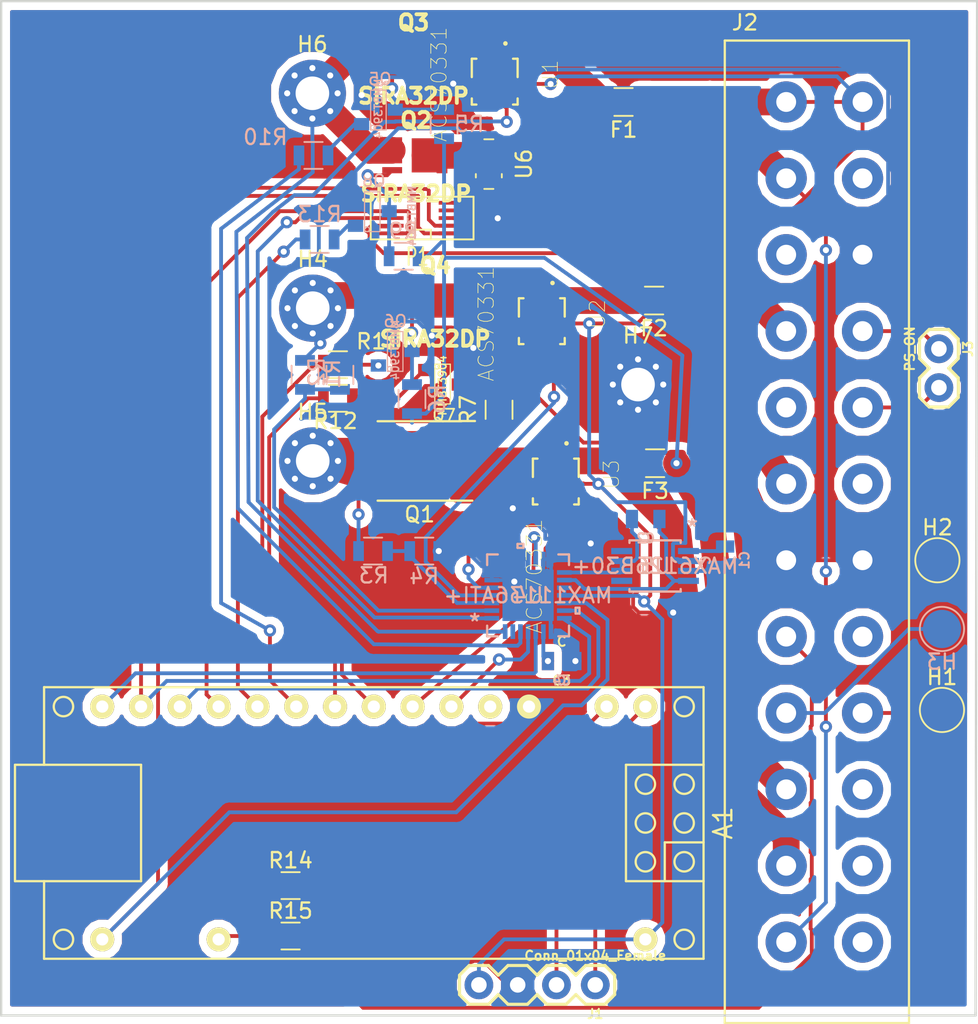
<source format=kicad_pcb>
(kicad_pcb (version 20171130) (host pcbnew "(5.0.1)-rc2")
  (layers (0 F.Cu signal) (31 B.Cu signal) (34 B.Paste user) (35 F.Paste user) (36 B.SilkS user) (37 F.SilkS user) (38 B.Mask user) (39 F.Mask user) (44 Edge.Cuts user))
  (net 0 "")
  (net 1 "Net-(C1-Pad2)")
  (net 2 GND)
  (net 3 "Net-(C2-Pad1)")
  (net 4 "Net-(C2-Pad2)")
  (net 5 "Net-(C3-Pad2)")
  (net 6 +3V3)
  (net 7 +12V)
  (net 8 "Net-(H1-Pad1)")
  (net 9 5V_USB)
  (net 10 "Net-(A1-Pad1)")
  (net 11 "Net-(A1-Pad2)")
  (net 12 "Net-(J2-Pad8)")
  (net 13 "Net-(J2-Pad16)")
  (net 14 "Net-(J2-Pad17)")
  (net 15 SPI_Clk_PINX)
  (net 16 SPI_MOSI_PINX)
  (net 17 "Net-(P1-Pad4)")
  (net 18 SPI_3V3_CS_PINX)
  (net 19 12V_Out)
  (net 20 "Net-(Q1-Pad4)")
  (net 21 3V3_Out)
  (net 22 5V_Out)
  (net 23 5V_DIV_OUT)
  (net 24 12V_DIV_Out)
  (net 25 "Net-(Q5-Pad1)")
  (net 26 3V3_COURSE_EN)
  (net 27 5V_EN)
  (net 28 "Net-(Q6-Pad1)")
  (net 29 12V_EN)
  (net 30 "Net-(Q7-Pad1)")
  (net 31 "Net-(Q8-Pad1)")
  (net 32 3V3_FINE_EN)
  (net 33 POK)
  (net 34 "Net-(U1-Pad10)")
  (net 35 "Net-(U2-Pad10)")
  (net 36 "Net-(U3-Pad10)")
  (net 37 CNVST_PINX)
  (net 38 SPI_ADC_CS_PINX)
  (net 39 SPI_MISO_PINX)
  (net 40 EOC_PINX)
  (net 41 "Net-(Q2-Pad1)")
  (net 42 "Net-(Q3-Pad1)")
  (net 43 "Net-(Q4-Pad1)")
  (net 44 "Net-(P1-Pad5)")
  (net 45 /5VA)
  (net 46 /3.3V_A)
  (net 47 /5V_A)
  (net 48 /12V_A)
  (net 49 /12VA_S)
  (net 50 /3.3VA_D1)
  (net 51 /3.3VA_D2)
  (net 52 /5VA_D)
  (net 53 3V3_Fine_Out)
  (module CustomFP:ATX_PWR_25pin (layer F.Cu) (at 236 91.5)
    (fp_text reference J2 (at -2.7 -5.2) (layer F.SilkS))
    (fp_text value ATX24)
    (pad 1 thru_hole circle (at 0 0) (size 2.7 2.7) (drill 1.3) (layers *.Cu *.Mask) (net 6 +3V3))
    (pad 2 thru_hole circle (at 0 5) (size 2.7 2.7) (drill 1.3) (layers *.Cu *.Mask) (net 6 +3V3))
    (pad 3 thru_hole circle (at 0 10) (size 2.7 2.7) (drill 1.3) (layers *.Cu *.Mask))
    (pad 4 thru_hole circle (at 0 15) (size 2.7 2.7) (drill 1.3) (layers *.Cu *.Mask) (net 45 /5VA))
    (pad 5 thru_hole circle (at 0 20) (size 2.7 2.7) (drill 1.3) (layers *.Cu *.Mask))
    (pad 6 thru_hole circle (at 0 25) (size 2.7 2.7) (drill 1.3) (layers *.Cu *.Mask) (net 45 /5VA))
    (pad 7 thru_hole circle (at 0 30) (size 2.7 2.7) (drill 1.3) (layers *.Cu *.Mask) (net 2 GND))
    (pad 8 thru_hole circle (at 0 35) (size 2.7 2.7) (drill 1.3) (layers *.Cu *.Mask) (net 12 "Net-(J2-Pad8)"))
    (pad 9 thru_hole circle (at 0 40) (size 2.7 2.7) (drill 1.3) (layers *.Cu *.Mask) (net 9 5V_USB))
    (pad 10 thru_hole circle (at 0 45) (size 2.7 2.7) (drill 1.3) (layers *.Cu *.Mask) (net 7 +12V))
    (pad 11 thru_hole circle (at 0 50) (size 2.7 2.7) (drill 1.3) (layers *.Cu *.Mask) (net 7 +12V))
    (pad 12 thru_hole circle (at 0 55) (size 2.7 2.7) (drill 1.3) (layers *.Cu *.Mask) (net 6 +3V3))
    (pad 13 thru_hole circle (at 5 0) (size 2.7 2.7) (drill 1.3) (layers *.Cu *.Mask) (net 6 +3V3))
    (pad 14 thru_hole circle (at 5 5) (size 2.7 2.7) (drill 1.3) (layers *.Cu *.Mask))
    (pad 15 thru_hole circle (at 5 10) (size 2.7 2.7) (drill 1.3) (layers *.Cu *.Mask) (net 2 GND))
    (pad 16 thru_hole circle (at 5 15) (size 2.7 2.7) (drill 1.3) (layers *.Cu *.Mask) (net 13 "Net-(J2-Pad16)"))
    (pad 17 thru_hole circle (at 5 20) (size 2.7 2.7) (drill 1.3) (layers *.Cu *.Mask) (net 14 "Net-(J2-Pad17)"))
    (pad 18 thru_hole circle (at 5 25) (size 2.7 2.7) (drill 1.3) (layers *.Cu *.Mask))
    (pad 19 thru_hole circle (at 5 30) (size 2.7 2.7) (drill 1.3) (layers *.Cu *.Mask) (net 2 GND))
    (pad 20 thru_hole circle (at 5 35) (size 2.7 2.7) (drill 1.3) (layers *.Cu *.Mask))
    (pad 21 thru_hole circle (at 5 40) (size 2.7 2.7) (drill 1.3) (layers *.Cu *.Mask) (net 8 "Net-(H1-Pad1)"))
    (pad 22 thru_hole circle (at 5 45) (size 2.7 2.7) (drill 1.3) (layers *.Cu *.Mask))
    (pad 23 thru_hole circle (at 5 50) (size 2.7 2.7) (drill 1.3) (layers *.Cu *.Mask))
    (pad 24 thru_hole circle (at 5 55) (size 2.7 2.7) (drill 1.3) (layers *.Cu *.Mask))
  )
  (module CustomPS:arduino_nano (layer F.Cu) (at 209 138.7 180)
    (fp_text reference A1 (at -22.86 0 270) (layer F.SilkS) (effects (font (size 1.2 1.2))))
    (fp_text value Arduino_Nano_v3.x)
    (pad 9 thru_hole circle (at 2.54 7.62 180) (size 1.5748 1.5748) (drill 0.8) (layers *.Cu *.Mask F.SilkS) (net 27 5V_EN))
    (pad 15 thru_hole circle (at 17.78 7.62 180) (size 1.5748 1.5748) (drill 0.8) (layers *.Cu *.Mask F.SilkS) (net 39 SPI_MISO_PINX))
    (pad 16 thru_hole circle (at 17.78 -7.62 180) (size 1.5748 1.5748) (drill 0.8) (layers *.Cu *.Mask F.SilkS) (net 15 SPI_Clk_PINX))
    (pad 14 thru_hole circle (at 15.24 7.62 180) (size 1.5748 1.5748) (drill 0.8) (layers *.Cu *.Mask F.SilkS) (net 16 SPI_MOSI_PINX))
    (pad 13 thru_hole circle (at 12.7 7.62 180) (size 1.5748 1.5748) (drill 0.8) (layers *.Cu *.Mask F.SilkS) (net 38 SPI_ADC_CS_PINX))
    (pad 12 thru_hole circle (at 10.16 7.62 180) (size 1.5748 1.5748) (drill 0.8) (layers *.Cu *.Mask F.SilkS) (net 18 SPI_3V3_CS_PINX))
    (pad 19 thru_hole circle (at 10.16 -7.62 180) (size 1.5748 1.5748) (drill 0.8) (layers *.Cu *.Mask F.SilkS) (net 33 POK))
    (pad 11 thru_hole circle (at 7.62 7.62 180) (size 1.5748 1.5748) (drill 0.8) (layers *.Cu *.Mask F.SilkS) (net 32 3V3_FINE_EN))
    (pad 10 thru_hole circle (at 5.08 7.62 180) (size 1.5748 1.5748) (drill 0.8) (layers *.Cu *.Mask F.SilkS) (net 26 3V3_COURSE_EN))
    (pad 8 thru_hole circle (at 0 7.62 180) (size 1.5748 1.5748) (drill 0.8) (layers *.Cu *.Mask F.SilkS) (net 29 12V_EN))
    (pad 7 thru_hole circle (at -2.54 7.62 180) (size 1.5748 1.5748) (drill 0.8) (layers *.Cu *.Mask F.SilkS) (net 37 CNVST_PINX))
    (pad 6 thru_hole circle (at -5.08 7.62 180) (size 1.5748 1.5748) (drill 0.8) (layers *.Cu *.Mask F.SilkS) (net 40 EOC_PINX))
    (pad 5 thru_hole circle (at -7.62 7.62 180) (size 1.5748 1.5748) (drill 0.8) (layers *.Cu *.Mask F.SilkS))
    (pad 4 thru_hole circle (at -10.16 7.62 180) (size 1.5748 1.5748) (drill 0.8) (layers *.Cu *.Mask F.SilkS) (net 2 GND))
    (pad 2 thru_hole circle (at -15.24 7.62 180) (size 1.5748 1.5748) (drill 0.8) (layers *.Cu *.Mask F.SilkS) (net 11 "Net-(A1-Pad2)"))
    (pad 1 thru_hole circle (at -17.78 7.62 180) (size 1.5748 1.5748) (drill 0.8) (layers *.Cu *.Mask F.SilkS) (net 10 "Net-(A1-Pad1)"))
    (pad 30 thru_hole circle (at -17.78 -7.62 180) (size 1.5748 1.5748) (drill 0.8) (layers *.Cu *.Mask F.SilkS) (net 6 +3V3))
  )
  (module Resistors_SMD:R_0805 (layer B.Cu) (at 213.6 92.95 90)
    (fp_text reference R5 (at 0 1.65) (layer B.SilkS) (effects (justify mirror)))
    (fp_text value 10k)
    (pad 2 smd rect (at 0.95 0 90) (size 0.7 1.3) (layers B.Cu B.Paste B.Mask) (net 42 "Net-(Q3-Pad1)"))
    (pad 1 smd rect (at -0.95 0 90) (size 0.7 1.3) (layers B.Cu B.Paste B.Mask) (net 7 +12V))
  )
  (module SMD_Packages:SO-8_PowerPAK_Vishay_Single (layer F.Cu) (at 212 115 180)
    (fp_text reference Q1 (at 0 -3.5 180) (layer F.SilkS))
    (fp_text value SI7157DP)
    (pad 1 smd rect (at -2.67 -1.905 180) (size 1.27 0.61) (layers F.Cu F.Paste F.Mask) (net 49 /12VA_S))
    (pad 2 smd rect (at -2.67 -0.635 180) (size 1.27 0.61) (layers F.Cu F.Paste F.Mask) (net 49 /12VA_S))
    (pad 3 smd rect (at -2.67 0.635 180) (size 1.27 0.61) (layers F.Cu F.Paste F.Mask) (net 49 /12VA_S))
    (pad 4 smd rect (at -2.67 1.905 180) (size 1.27 0.61) (layers F.Cu F.Paste F.Mask) (net 20 "Net-(Q1-Pad4)"))
    (pad 5 smd rect (at 2.795 1.905 180) (size 1.02 0.61) (layers F.Cu F.Paste F.Mask) (net 19 12V_Out))
    (pad 5 smd rect (at 2.795 0.635 180) (size 1.02 0.61) (layers F.Cu F.Paste F.Mask) (net 19 12V_Out))
    (pad 5 smd rect (at 2.795 -0.635 180) (size 1.02 0.61) (layers F.Cu F.Paste F.Mask) (net 19 12V_Out))
    (pad 5 smd rect (at 2.795 -1.905 180) (size 1.02 0.61) (layers F.Cu F.Paste F.Mask) (net 19 12V_Out))
    (pad 5 smd rect (at 0.69 0 180) (size 3.81 3.91) (layers F.Cu F.Paste F.Mask) (net 19 12V_Out))
  )
  (module Capacitors:0805 (layer B.Cu) (at 232 121.5 90)
    (fp_text reference C1 (at 0 1.27 90) (layer B.SilkS) (effects (font (size 0.6096 0.6096) (thickness 0.127)) (justify mirror)))
    (fp_text value C (at 0 -1.27 90) (layer B.SilkS) (effects (font (size 0.6096 0.6096) (thickness 0.127)) (justify mirror)))
    (pad 2 smd rect (at 0.89916 0 90) (size 0.79756 1.19888) (layers B.Cu B.Paste B.Mask) (net 1 "Net-(C1-Pad2)"))
    (pad 1 smd rect (at -0.89916 0 90) (size 0.79756 1.19888) (layers B.Cu B.Paste B.Mask) (net 2 GND))
  )
  (module Capacitors:0805 (layer B.Cu) (at 226.80084 118.8 180)
    (fp_text reference C2 (at 0 -1.27 180) (layer B.SilkS) (effects (font (size 0.6096 0.6096) (thickness 0.127)) (justify mirror)))
    (fp_text value C (at 0 -1.27 180) (layer B.SilkS) (effects (font (size 0.6096 0.6096) (thickness 0.127)) (justify mirror)))
    (pad 1 smd rect (at -0.89916 0 180) (size 0.79756 1.19888) (layers B.Cu B.Paste B.Mask) (net 3 "Net-(C2-Pad1)"))
    (pad 2 smd rect (at 0.89916 0 180) (size 0.79756 1.19888) (layers B.Cu B.Paste B.Mask) (net 4 "Net-(C2-Pad2)"))
  )
  (module Capacitors:0805 (layer F.Cu) (at 221.30084 128.1 180)
    (fp_text reference C3 (at 0 -1.27 180) (layer F.SilkS) (effects (font (size 0.6096 0.6096) (thickness 0.127))))
    (fp_text value C (at 0 1.27 180) (layer F.SilkS) (effects (font (size 0.6096 0.6096) (thickness 0.127))))
    (pad 2 smd rect (at 0.89916 0 180) (size 0.79756 1.19888) (layers F.Cu F.Paste F.Mask) (net 5 "Net-(C3-Pad2)"))
    (pad 1 smd rect (at -0.89916 0 180) (size 0.79756 1.19888) (layers F.Cu F.Paste F.Mask) (net 2 GND))
  )
  (module Capacitors:0805 (layer B.Cu) (at 221.3 128.1 180)
    (fp_text reference C4 (at 0 -1.27 180) (layer B.SilkS) (effects (font (size 0.6096 0.6096) (thickness 0.127)) (justify mirror)))
    (fp_text value C (at 0 -1.27 180) (layer B.SilkS) (effects (font (size 0.6096 0.6096) (thickness 0.127)) (justify mirror)))
    (pad 1 smd rect (at -0.89916 0 180) (size 0.79756 1.19888) (layers B.Cu B.Paste B.Mask) (net 2 GND))
    (pad 2 smd rect (at 0.89916 0 180) (size 0.79756 1.19888) (layers B.Cu B.Paste B.Mask) (net 5 "Net-(C3-Pad2)"))
  )
  (module Connectors2:1X04 (layer F.Cu) (at 223.5 149.3 180)
    (fp_text reference J1 (at 0 -1.905 180) (layer F.SilkS) (effects (font (size 0.6096 0.6096) (thickness 0.127))))
    (fp_text value Conn_01x04_Female (at 0 1.905 180) (layer F.SilkS) (effects (font (size 0.6096 0.6096) (thickness 0.127))))
    (pad 1 thru_hole circle (at 0 0 180) (size 1.8796 1.8796) (drill 1.016) (layers *.Cu *.Mask) (net 10 "Net-(A1-Pad1)"))
    (pad 2 thru_hole circle (at 2.54 0 180) (size 1.8796 1.8796) (drill 1.016) (layers *.Cu *.Mask) (net 11 "Net-(A1-Pad2)"))
    (pad 3 thru_hole circle (at 5.08 0 180) (size 1.8796 1.8796) (drill 1.016) (layers *.Cu *.Mask) (net 2 GND))
    (pad 4 thru_hole circle (at 7.62 0 180) (size 1.8796 1.8796) (drill 1.016) (layers *.Cu *.Mask) (net 6 +3V3))
  )
  (module Connectors2:1X02 (layer F.Cu) (at 246 107.66 270)
    (fp_text reference J3 (at 0 -1.905 270) (layer F.SilkS) (effects (font (size 0.6096 0.6096) (thickness 0.127))))
    (fp_text value PS_ON (at 0 1.905 270) (layer F.SilkS) (effects (font (size 0.6096 0.6096) (thickness 0.127))))
    (pad 1 thru_hole circle (at 0 0 270) (size 1.8796 1.8796) (drill 1.016) (layers *.Cu *.Mask) (net 13 "Net-(J2-Pad16)"))
    (pad 2 thru_hole circle (at 2.54 0 270) (size 1.8796 1.8796) (drill 1.016) (layers *.Cu *.Mask) (net 14 "Net-(J2-Pad17)"))
  )
  (module kicad-open-modules:PowerPAK-1212-8 (layer F.Cu) (at 211.76234 94.996)
    (fp_text reference Q2 (at 0 -2.29108) (layer F.SilkS) (effects (font (size 1.00076 1.00076) (thickness 0.25146))))
    (fp_text value SIRA32DP (at 0 2.50952) (layer F.SilkS) (effects (font (size 1.00076 1.00076) (thickness 0.25146))))
    (pad 3 smd rect (at 1.7018 0.97028) (size 0.70612 0.40386) (layers F.Cu F.Paste F.Mask) (net 50 /3.3VA_D1))
    (pad 3 smd rect (at 1.7018 0.32004) (size 0.70612 0.40386) (layers F.Cu F.Paste F.Mask) (net 50 /3.3VA_D1))
    (pad 3 smd rect (at 1.7018 -0.3302) (size 0.70612 0.40386) (layers F.Cu F.Paste F.Mask) (net 50 /3.3VA_D1))
    (pad 3 smd rect (at 1.7018 -0.98044) (size 0.70612 0.40386) (layers F.Cu F.Paste F.Mask) (net 50 /3.3VA_D1))
    (pad 1 smd rect (at -1.55956 0.97028) (size 1.30048 0.40386) (layers F.Cu F.Paste F.Mask) (net 41 "Net-(Q2-Pad1)"))
    (pad 2 smd rect (at -1.55956 0.32004) (size 1.30048 0.40386) (layers F.Cu F.Paste F.Mask) (net 21 3V3_Out))
    (pad 2 smd rect (at -1.55956 -0.3302) (size 1.30048 0.40386) (layers F.Cu F.Paste F.Mask) (net 21 3V3_Out))
    (pad 2 smd rect (at -1.55956 -0.98044) (size 1.30048 0.40386) (layers F.Cu F.Paste F.Mask) (net 21 3V3_Out))
    (pad 3 smd rect (at 0.58166 0) (size 1.72466 2.2352) (layers F.Cu F.Paste F.Mask) (net 50 /3.3VA_D1))
  )
  (module kicad-open-modules:PowerPAK-1212-8 (layer F.Cu) (at 211.6 88.6)
    (fp_text reference Q3 (at 0 -2.29108) (layer F.SilkS) (effects (font (size 1.00076 1.00076) (thickness 0.25146))))
    (fp_text value SIRA32DP (at 0 2.50952) (layer F.SilkS) (effects (font (size 1.00076 1.00076) (thickness 0.25146))))
    (pad 3 smd rect (at 0.58166 0) (size 1.72466 2.2352) (layers F.Cu F.Paste F.Mask) (net 51 /3.3VA_D2))
    (pad 2 smd rect (at -1.55956 -0.98044) (size 1.30048 0.40386) (layers F.Cu F.Paste F.Mask) (net 21 3V3_Out))
    (pad 2 smd rect (at -1.55956 -0.3302) (size 1.30048 0.40386) (layers F.Cu F.Paste F.Mask) (net 21 3V3_Out))
    (pad 2 smd rect (at -1.55956 0.32004) (size 1.30048 0.40386) (layers F.Cu F.Paste F.Mask) (net 21 3V3_Out))
    (pad 1 smd rect (at -1.55956 0.97028) (size 1.30048 0.40386) (layers F.Cu F.Paste F.Mask) (net 42 "Net-(Q3-Pad1)"))
    (pad 3 smd rect (at 1.7018 -0.98044) (size 0.70612 0.40386) (layers F.Cu F.Paste F.Mask) (net 51 /3.3VA_D2))
    (pad 3 smd rect (at 1.7018 -0.3302) (size 0.70612 0.40386) (layers F.Cu F.Paste F.Mask) (net 51 /3.3VA_D2))
    (pad 3 smd rect (at 1.7018 0.32004) (size 0.70612 0.40386) (layers F.Cu F.Paste F.Mask) (net 51 /3.3VA_D2))
    (pad 3 smd rect (at 1.7018 0.97028) (size 0.70612 0.40386) (layers F.Cu F.Paste F.Mask) (net 51 /3.3VA_D2))
  )
  (module kicad-open-modules:PowerPAK-1212-8 (layer F.Cu) (at 213.01834 104.5)
    (fp_text reference Q4 (at 0 -2.29108) (layer F.SilkS) (effects (font (size 1.00076 1.00076) (thickness 0.25146))))
    (fp_text value SIRA32DP (at 0 2.50952) (layer F.SilkS) (effects (font (size 1.00076 1.00076) (thickness 0.25146))))
    (pad 3 smd rect (at 1.7018 0.97028) (size 0.70612 0.40386) (layers F.Cu F.Paste F.Mask) (net 52 /5VA_D))
    (pad 3 smd rect (at 1.7018 0.32004) (size 0.70612 0.40386) (layers F.Cu F.Paste F.Mask) (net 52 /5VA_D))
    (pad 3 smd rect (at 1.7018 -0.3302) (size 0.70612 0.40386) (layers F.Cu F.Paste F.Mask) (net 52 /5VA_D))
    (pad 3 smd rect (at 1.7018 -0.98044) (size 0.70612 0.40386) (layers F.Cu F.Paste F.Mask) (net 52 /5VA_D))
    (pad 1 smd rect (at -1.55956 0.97028) (size 1.30048 0.40386) (layers F.Cu F.Paste F.Mask) (net 43 "Net-(Q4-Pad1)"))
    (pad 2 smd rect (at -1.55956 0.32004) (size 1.30048 0.40386) (layers F.Cu F.Paste F.Mask) (net 22 5V_Out))
    (pad 2 smd rect (at -1.55956 -0.3302) (size 1.30048 0.40386) (layers F.Cu F.Paste F.Mask) (net 22 5V_Out))
    (pad 2 smd rect (at -1.55956 -0.98044) (size 1.30048 0.40386) (layers F.Cu F.Paste F.Mask) (net 22 5V_Out))
    (pad 3 smd rect (at 0.58166 0) (size 1.72466 2.2352) (layers F.Cu F.Paste F.Mask) (net 52 /5VA_D))
  )
  (module Resistors_SMD:R_0805 (layer B.Cu) (at 204.496 109.366 270)
    (fp_text reference R1 (at -0.066 -1.778 270) (layer B.SilkS) (effects (justify mirror)))
    (fp_text value 10k)
    (pad 2 smd rect (at 0.95 0 270) (size 0.7 1.3) (layers B.Cu B.Paste B.Mask) (net 23 5V_DIV_OUT))
    (pad 1 smd rect (at -0.95 0 270) (size 0.7 1.3) (layers B.Cu B.Paste B.Mask) (net 22 5V_Out))
  )
  (module Resistors_SMD:R_0805 (layer B.Cu) (at 206.782 109.366 90)
    (fp_text reference R2 (at 0.188 -1.524 90) (layer B.SilkS) (effects (justify mirror)))
    (fp_text value 10k)
    (pad 1 smd rect (at -0.95 0 90) (size 0.7 1.3) (layers B.Cu B.Paste B.Mask) (net 23 5V_DIV_OUT))
    (pad 2 smd rect (at 0.95 0 90) (size 0.7 1.3) (layers B.Cu B.Paste B.Mask) (net 2 GND))
  )
  (module Resistors_SMD:R_0805 (layer B.Cu) (at 208.95 120.9)
    (fp_text reference R3 (at 0.05 1.6) (layer B.SilkS) (effects (justify mirror)))
    (fp_text value 10k)
    (pad 1 smd rect (at -0.95 0) (size 0.7 1.3) (layers B.Cu B.Paste B.Mask) (net 19 12V_Out))
    (pad 2 smd rect (at 0.95 0) (size 0.7 1.3) (layers B.Cu B.Paste B.Mask) (net 24 12V_DIV_Out))
  )
  (module Resistors_SMD:R_0805 (layer B.Cu) (at 212.3 120.9)
    (fp_text reference R4 (at 0 1.65) (layer B.SilkS) (effects (justify mirror)))
    (fp_text value 10k)
    (pad 2 smd rect (at 0.95 0) (size 0.7 1.3) (layers B.Cu B.Paste B.Mask) (net 2 GND))
    (pad 1 smd rect (at -0.95 0) (size 0.7 1.3) (layers B.Cu B.Paste B.Mask) (net 24 12V_DIV_Out))
  )
  (module Resistors_SMD:R_0805 (layer B.Cu) (at 211.5 110.95 90)
    (fp_text reference R6 (at 0 1.65 90) (layer B.SilkS) (effects (justify mirror)))
    (fp_text value 10k)
    (pad 1 smd rect (at -0.95 0 90) (size 0.7 1.3) (layers B.Cu B.Paste B.Mask) (net 7 +12V))
    (pad 2 smd rect (at 0.95 0 90) (size 0.7 1.3) (layers B.Cu B.Paste B.Mask) (net 43 "Net-(Q4-Pad1)"))
  )
  (module Resistors_SMD:R_0805 (layer F.Cu) (at 217.2 111.65 270)
    (fp_text reference R7 (at 0 2.032 270) (layer F.SilkS))
    (fp_text value 10k)
    (pad 1 smd rect (at -0.95 0 270) (size 0.7 1.3) (layers F.Cu F.Paste F.Mask) (net 7 +12V))
    (pad 2 smd rect (at 0.95 0 270) (size 0.7 1.3) (layers F.Cu F.Paste F.Mask) (net 20 "Net-(Q1-Pad4)"))
  )
  (module Resistors_SMD:R_0805 (layer B.Cu) (at 210.95 101.6 180)
    (fp_text reference R9 (at 0 1.65 180) (layer B.SilkS) (effects (justify mirror)))
    (fp_text value 10k)
    (pad 2 smd rect (at 0.95 0 180) (size 0.7 1.3) (layers B.Cu B.Paste B.Mask) (net 41 "Net-(Q2-Pad1)"))
    (pad 1 smd rect (at -0.95 0 180) (size 0.7 1.3) (layers B.Cu B.Paste B.Mask) (net 7 +12V))
  )
  (module Resistors_SMD:R_0805 (layer B.Cu) (at 205.05 95 180)
    (fp_text reference R10 (at 3.15 1.2) (layer B.SilkS) (effects (justify mirror)))
    (fp_text value 2.2k)
    (pad 1 smd rect (at -0.95 0 180) (size 0.7 1.3) (layers B.Cu B.Paste B.Mask) (net 25 "Net-(Q5-Pad1)"))
    (pad 2 smd rect (at 0.95 0 180) (size 0.7 1.3) (layers B.Cu B.Paste B.Mask) (net 26 3V3_COURSE_EN))
  )
  (module Resistors_SMD:R_0805 (layer F.Cu) (at 206.65 108.7 180)
    (fp_text reference R11 (at -2.65 1.524 180) (layer F.SilkS))
    (fp_text value 2.2k)
    (pad 2 smd rect (at 0.95 0 180) (size 0.7 1.3) (layers F.Cu F.Paste F.Mask) (net 27 5V_EN))
    (pad 1 smd rect (at -0.95 0 180) (size 0.7 1.3) (layers F.Cu F.Paste F.Mask) (net 28 "Net-(Q6-Pad1)"))
  )
  (module Resistors_SMD:R_0805 (layer F.Cu) (at 206.65 110.9 180)
    (fp_text reference R12 (at 0.164999 -1.490001 180) (layer F.SilkS))
    (fp_text value 2.2k)
    (pad 2 smd rect (at 0.95 0 180) (size 0.7 1.3) (layers F.Cu F.Paste F.Mask) (net 29 12V_EN))
    (pad 1 smd rect (at -0.95 0 180) (size 0.7 1.3) (layers F.Cu F.Paste F.Mask) (net 30 "Net-(Q7-Pad1)"))
  )
  (module Resistors_SMD:R_0805 (layer B.Cu) (at 205.45 100.5 180)
    (fp_text reference R13 (at 0 1.65 180) (layer B.SilkS) (effects (justify mirror)))
    (fp_text value 2.2k)
    (pad 1 smd rect (at -0.95 0 180) (size 0.7 1.3) (layers B.Cu B.Paste B.Mask) (net 31 "Net-(Q8-Pad1)"))
    (pad 2 smd rect (at 0.95 0 180) (size 0.7 1.3) (layers B.Cu B.Paste B.Mask) (net 32 3V3_FINE_EN))
  )
  (module Resistors_SMD:R_0805 (layer F.Cu) (at 203.55 142.8)
    (fp_text reference R14 (at 0 -1.65) (layer F.SilkS))
    (fp_text value R)
    (pad 1 smd rect (at -0.95 0) (size 0.7 1.3) (layers F.Cu F.Paste F.Mask) (net 33 POK))
    (pad 2 smd rect (at 0.95 0) (size 0.7 1.3) (layers F.Cu F.Paste F.Mask) (net 2 GND))
  )
  (module Resistors_SMD:R_0805 (layer F.Cu) (at 203.55 146.1)
    (fp_text reference R15 (at 0 -1.65) (layer F.SilkS))
    (fp_text value R)
    (pad 2 smd rect (at 0.95 0) (size 0.7 1.3) (layers F.Cu F.Paste F.Mask) (net 12 "Net-(J2-Pad8)"))
    (pad 1 smd rect (at -0.95 0) (size 0.7 1.3) (layers F.Cu F.Paste F.Mask) (net 33 POK))
  )
  (module ACS70331EESATR-005U3:ALLEGRO_ACS70331EESATR-005U3 (layer F.Cu) (at 216.916 90.17 270)
    (fp_text reference U1 (at -0.46081 -3.64144 270) (layer F.SilkS) (effects (font (size 1.00177 1.00177) (thickness 0.05))))
    (fp_text value ACS70331 (at 0.17533 3.64187 270) (layer F.SilkS) (effects (font (size 1.00189 1.00189) (thickness 0.05))))
    (pad 1 smd rect (at -1.35 -0.7 270) (size 1.3 0.4) (layers F.Cu F.Paste F.Mask) (net 46 /3.3V_A))
    (pad 3 smd rect (at -1.35 0.3 270) (size 1.3 0.4) (layers F.Cu F.Paste F.Mask) (net 51 /3.3VA_D2))
    (pad 5 smd rect (at 0.15 1.45 180) (size 0.85 0.3) (layers F.Cu F.Paste F.Mask) (net 2 GND))
    (pad 6 smd rect (at 0.65 1.45 180) (size 0.85 0.3) (layers F.Cu F.Paste F.Mask))
    (pad 7 smd rect (at 1.35 0.75 90) (size 0.85 0.3) (layers F.Cu F.Paste F.Mask))
    (pad 8 smd rect (at 1.35 0.25 90) (size 0.85 0.3) (layers F.Cu F.Paste F.Mask))
    (pad 9 smd rect (at 1.35 -0.25 90) (size 0.85 0.3) (layers F.Cu F.Paste F.Mask))
    (pad 10 smd rect (at 1.35 -0.75 90) (size 0.85 0.3) (layers F.Cu F.Paste F.Mask) (net 34 "Net-(U1-Pad10)"))
    (pad 11 smd rect (at 0.65 -1.45 180) (size 0.85 0.3) (layers F.Cu F.Paste F.Mask))
    (pad 12 smd rect (at 0.15 -1.45 180) (size 0.85 0.3) (layers F.Cu F.Paste F.Mask) (net 6 +3V3))
    (pad 2 smd rect (at -1.35 -0.3 270) (size 1.3 0.4) (layers F.Cu F.Paste F.Mask) (net 46 /3.3V_A))
    (pad 4 smd rect (at -1.35 0.7 270) (size 1.3 0.4) (layers F.Cu F.Paste F.Mask) (net 51 /3.3VA_D2))
  )
  (module ACS70331EESATR-005U3:ALLEGRO_ACS70331EESATR-005U3 (layer F.Cu) (at 220 105.85 270)
    (fp_text reference U2 (at -0.46081 -3.64144 270) (layer F.SilkS) (effects (font (size 1.00177 1.00177) (thickness 0.05))))
    (fp_text value ACS70331 (at 0.17533 3.64187 270) (layer F.SilkS) (effects (font (size 1.00189 1.00189) (thickness 0.05))))
    (pad 4 smd rect (at -1.35 0.7 270) (size 1.3 0.4) (layers F.Cu F.Paste F.Mask) (net 52 /5VA_D))
    (pad 2 smd rect (at -1.35 -0.3 270) (size 1.3 0.4) (layers F.Cu F.Paste F.Mask) (net 47 /5V_A))
    (pad 12 smd rect (at 0.15 -1.45 180) (size 0.85 0.3) (layers F.Cu F.Paste F.Mask) (net 6 +3V3))
    (pad 11 smd rect (at 0.65 -1.45 180) (size 0.85 0.3) (layers F.Cu F.Paste F.Mask))
    (pad 10 smd rect (at 1.35 -0.75 90) (size 0.85 0.3) (layers F.Cu F.Paste F.Mask) (net 35 "Net-(U2-Pad10)"))
    (pad 9 smd rect (at 1.35 -0.25 90) (size 0.85 0.3) (layers F.Cu F.Paste F.Mask))
    (pad 8 smd rect (at 1.35 0.25 90) (size 0.85 0.3) (layers F.Cu F.Paste F.Mask))
    (pad 7 smd rect (at 1.35 0.75 90) (size 0.85 0.3) (layers F.Cu F.Paste F.Mask))
    (pad 6 smd rect (at 0.65 1.45 180) (size 0.85 0.3) (layers F.Cu F.Paste F.Mask))
    (pad 5 smd rect (at 0.15 1.45 180) (size 0.85 0.3) (layers F.Cu F.Paste F.Mask) (net 2 GND))
    (pad 3 smd rect (at -1.35 0.3 270) (size 1.3 0.4) (layers F.Cu F.Paste F.Mask) (net 52 /5VA_D))
    (pad 1 smd rect (at -1.35 -0.7 270) (size 1.3 0.4) (layers F.Cu F.Paste F.Mask) (net 47 /5V_A))
  )
  (module CustomFP:MAX11136ATI&plus_ (layer B.Cu) (at 219.1 123.8)
    (fp_text reference U4 (at 0 0) (layer B.SilkS) (effects (justify mirror)))
    (fp_text value MAX11136ATI+ (at 0 0) (layer B.SilkS) (effects (justify mirror)))
    (fp_text user * (at -3.4925 1.75) (layer B.SilkS) (effects (justify mirror)))
    (pad 1 smd rect (at -2.3749 1.5 270) (size 0.3048 0.9652) (layers B.Cu B.Paste B.Mask) (net 53 3V3_Fine_Out))
    (pad 2 smd rect (at -2.3749 1.000001 270) (size 0.3048 0.9652) (layers B.Cu B.Paste B.Mask) (net 23 5V_DIV_OUT))
    (pad 3 smd rect (at -2.3749 0.499999 270) (size 0.3048 0.9652) (layers B.Cu B.Paste B.Mask) (net 24 12V_DIV_Out))
    (pad 4 smd rect (at -2.3749 0 270) (size 0.3048 0.9652) (layers B.Cu B.Paste B.Mask) (net 35 "Net-(U2-Pad10)"))
    (pad 5 smd rect (at -2.3749 -0.499999 270) (size 0.3048 0.9652) (layers B.Cu B.Paste B.Mask) (net 36 "Net-(U3-Pad10)"))
    (pad 6 smd rect (at -2.3749 -1.000001 270) (size 0.3048 0.9652) (layers B.Cu B.Paste B.Mask) (net 2 GND))
    (pad 7 smd rect (at -2.3749 -1.5 270) (size 0.3048 0.9652) (layers B.Cu B.Paste B.Mask) (net 2 GND))
    (pad 8 smd rect (at -1.5 -2.3749) (size 0.3048 0.9652) (layers B.Cu B.Paste B.Mask) (net 2 GND))
    (pad 9 smd rect (at -1.000001 -2.3749) (size 0.3048 0.9652) (layers B.Cu B.Paste B.Mask) (net 2 GND))
    (pad 10 smd rect (at -0.499999 -2.3749) (size 0.3048 0.9652) (layers B.Cu B.Paste B.Mask) (net 2 GND))
    (pad 11 smd rect (at 0 -2.3749) (size 0.3048 0.9652) (layers B.Cu B.Paste B.Mask) (net 2 GND))
    (pad 12 smd rect (at 0.499999 -2.3749) (size 0.3048 0.9652) (layers B.Cu B.Paste B.Mask) (net 37 CNVST_PINX))
    (pad 13 smd rect (at 1.000001 -2.3749) (size 0.3048 0.9652) (layers B.Cu B.Paste B.Mask) (net 2 GND))
    (pad 14 smd rect (at 1.5 -2.3749) (size 0.3048 0.9652) (layers B.Cu B.Paste B.Mask) (net 2 GND))
    (pad 15 smd rect (at 2.3749 -1.5 270) (size 0.3048 0.9652) (layers B.Cu B.Paste B.Mask) (net 4 "Net-(C2-Pad2)"))
    (pad 16 smd rect (at 2.3749 -1.000001 270) (size 0.3048 0.9652) (layers B.Cu B.Paste B.Mask) (net 3 "Net-(C2-Pad1)"))
    (pad 17 smd rect (at 2.3749 -0.499999 270) (size 0.3048 0.9652) (layers B.Cu B.Paste B.Mask) (net 6 +3V3))
    (pad 18 smd rect (at 2.3749 0 270) (size 0.3048 0.9652) (layers B.Cu B.Paste B.Mask) (net 6 +3V3))
    (pad 19 smd rect (at 2.3749 0.499999 270) (size 0.3048 0.9652) (layers B.Cu B.Paste B.Mask) (net 15 SPI_Clk_PINX))
    (pad 20 smd rect (at 2.3749 1.000001 270) (size 0.3048 0.9652) (layers B.Cu B.Paste B.Mask) (net 38 SPI_ADC_CS_PINX))
    (pad 21 smd rect (at 2.3749 1.5 270) (size 0.3048 0.9652) (layers B.Cu B.Paste B.Mask) (net 16 SPI_MOSI_PINX))
    (pad 22 smd rect (at 1.5 2.3749) (size 0.3048 0.9652) (layers B.Cu B.Paste B.Mask) (net 2 GND))
    (pad 23 smd rect (at 1.000001 2.3749) (size 0.3048 0.9652) (layers B.Cu B.Paste B.Mask) (net 5 "Net-(C3-Pad2)"))
    (pad 24 smd rect (at 0.499999 2.3749) (size 0.3048 0.9652) (layers B.Cu B.Paste B.Mask) (net 39 SPI_MISO_PINX))
    (pad 25 smd rect (at 0 2.3749) (size 0.3048 0.9652) (layers B.Cu B.Paste B.Mask) (net 40 EOC_PINX))
    (pad 26 smd rect (at -0.499999 2.3749) (size 0.3048 0.9652) (layers B.Cu B.Paste B.Mask) (net 21 3V3_Out))
    (pad 27 smd rect (at -1.000001 2.3749) (size 0.3048 0.9652) (layers B.Cu B.Paste B.Mask))
    (pad 28 smd rect (at -1.5 2.3749) (size 0.3048 0.9652) (layers B.Cu B.Paste B.Mask) (net 34 "Net-(U1-Pad10)"))
    (pad 29 smd rect (at 0 0) (size 3.3528 3.3528) (layers B.Cu B.Paste B.Mask) (net 2 GND))
  )
  (module CustomFP:MAX6126B30&plus_ (layer B.Cu) (at 227.4156 121.874999 180)
    (fp_text reference U5 (at 0 0 180) (layer B.SilkS) (effects (justify mirror)))
    (fp_text value MAX6126B30+ (at 0 0 180) (layer B.SilkS) (effects (justify mirror)))
    (fp_text user * (at -2.4384 2.5244 180) (layer B.SilkS) (effects (justify mirror)))
    (pad 1 smd rect (at -2.1844 0.974999 180) (size 1.3716 0.4064) (layers B.Cu B.Paste B.Mask) (net 1 "Net-(C1-Pad2)"))
    (pad 2 smd rect (at -2.1844 0.325001 180) (size 1.3716 0.4064) (layers B.Cu B.Paste B.Mask) (net 6 +3V3))
    (pad 3 smd rect (at -2.1844 -0.325001 180) (size 1.3716 0.4064) (layers B.Cu B.Paste B.Mask) (net 2 GND))
    (pad 4 smd rect (at -2.1844 -0.974999 180) (size 1.3716 0.4064) (layers B.Cu B.Paste B.Mask) (net 3 "Net-(C2-Pad1)"))
    (pad 5 smd rect (at 2.1844 -0.974999 180) (size 1.3716 0.4064) (layers B.Cu B.Paste B.Mask))
    (pad 6 smd rect (at 2.1844 -0.325001 180) (size 1.3716 0.4064) (layers B.Cu B.Paste B.Mask) (net 4 "Net-(C2-Pad2)"))
    (pad 7 smd rect (at 2.1844 0.325001 180) (size 1.3716 0.4064) (layers B.Cu B.Paste B.Mask) (net 4 "Net-(C2-Pad2)"))
    (pad 8 smd rect (at 2.1844 0.974999 180) (size 1.3716 0.4064) (layers B.Cu B.Paste B.Mask))
  )
  (module SMD_Packages_oj:SOT23 (layer B.Cu) (at 209.3 92 90)
    (fp_text reference Q5 (at 1.99898 0.09906) (layer B.SilkS) (effects (font (size 0.762 0.762) (thickness 0.11938)) (justify mirror)))
    (fp_text value MMBT3904 (at 0.0635 0 90) (layer B.SilkS) (effects (font (size 0.50038 0.50038) (thickness 0.09906)) (justify mirror)))
    (pad 3 smd rect (at 0 1.09982 90) (size 0.8001 1.00076) (layers B.Cu B.Paste B.Mask) (net 42 "Net-(Q3-Pad1)"))
    (pad 2 smd rect (at 0.9525 -1.09982 90) (size 0.8001 1.00076) (layers B.Cu B.Paste B.Mask) (net 2 GND))
    (pad 1 smd rect (at -0.9525 -1.09982 90) (size 0.8001 1.00076) (layers B.Cu B.Paste B.Mask) (net 25 "Net-(Q5-Pad1)"))
  )
  (module SMD_Packages_oj:SOT23 (layer B.Cu) (at 210.4 107.8 90)
    (fp_text reference Q6 (at 1.9525 0.00018) (layer B.SilkS) (effects (font (size 0.762 0.762) (thickness 0.11938)) (justify mirror)))
    (fp_text value MMBT3904 (at 0.0635 0 90) (layer B.SilkS) (effects (font (size 0.50038 0.50038) (thickness 0.09906)) (justify mirror)))
    (pad 1 smd rect (at -0.9525 -1.09982 90) (size 0.8001 1.00076) (layers B.Cu B.Paste B.Mask) (net 28 "Net-(Q6-Pad1)"))
    (pad 2 smd rect (at 0.9525 -1.09982 90) (size 0.8001 1.00076) (layers B.Cu B.Paste B.Mask) (net 2 GND))
    (pad 3 smd rect (at 0 1.09982 90) (size 0.8001 1.00076) (layers B.Cu B.Paste B.Mask) (net 43 "Net-(Q4-Pad1)"))
  )
  (module SMD_Packages_oj:SOT23 (layer F.Cu) (at 213.50018 110 270)
    (fp_text reference Q7 (at 1.99898 -0.09906) (layer F.SilkS) (effects (font (size 0.762 0.762) (thickness 0.11938))))
    (fp_text value MMBT3904 (at 0.0635 0 270) (layer F.SilkS) (effects (font (size 0.50038 0.50038) (thickness 0.09906))))
    (pad 3 smd rect (at 0 -1.09982 270) (size 0.8001 1.00076) (layers F.Cu F.Paste F.Mask) (net 20 "Net-(Q1-Pad4)"))
    (pad 2 smd rect (at 0.9525 1.09982 270) (size 0.8001 1.00076) (layers F.Cu F.Paste F.Mask) (net 2 GND))
    (pad 1 smd rect (at -0.9525 1.09982 270) (size 0.8001 1.00076) (layers F.Cu F.Paste F.Mask) (net 30 "Net-(Q7-Pad1)"))
  )
  (module SMD_Packages_oj:SOT23 (layer B.Cu) (at 208.89982 98.6525 90)
    (fp_text reference Q8 (at 1.99898 0.09906) (layer B.SilkS) (effects (font (size 0.762 0.762) (thickness 0.11938)) (justify mirror)))
    (fp_text value MMBT3904 (at -0.314461 2.6002 90) (layer B.SilkS) (effects (font (size 0.50038 0.50038) (thickness 0.09906)) (justify mirror)))
    (pad 1 smd rect (at -0.9525 -1.09982 90) (size 0.8001 1.00076) (layers B.Cu B.Paste B.Mask) (net 31 "Net-(Q8-Pad1)"))
    (pad 2 smd rect (at 0.9525 -1.09982 90) (size 0.8001 1.00076) (layers B.Cu B.Paste B.Mask) (net 2 GND))
    (pad 3 smd rect (at 0 1.09982 90) (size 0.8001 1.00076) (layers B.Cu B.Paste B.Mask) (net 41 "Net-(Q2-Pad1)"))
  )
  (module Resistor_SMD:R_Shunt_Vishay_WSKW0612 (layer F.Cu) (at 216.531 95.5675 270)
    (fp_text reference U6 (at 0 -2.3 270) (layer F.SilkS))
    (fp_text value R_0612)
    (pad 1 smd rect (at -0.572 -0.885 270) (size 2.287 1.01) (layers F.Cu F.Paste F.Mask) (net 46 /3.3V_A))
    (pad 4 smd rect (at -0.5715 0.885 270) (size 2.287 1.01) (layers F.Cu F.Paste F.Mask) (net 50 /3.3VA_D1))
    (pad 3 smd rect (at 1.334 0.885 270) (size 0.762 1.01) (layers F.Cu F.Paste F.Mask) (net 44 "Net-(P1-Pad5)"))
    (pad 2 smd rect (at 1.334 -0.885 270) (size 0.762 1.01) (layers F.Cu F.Paste F.Mask) (net 17 "Net-(P1-Pad4)"))
  )
  (module TestPoint:TestPoint_Pad_D2.5mm (layer F.Cu) (at 246.2 131.3)
    (fp_text reference H1 (at 0 -2.148) (layer F.SilkS))
    (fp_text value 5V_load)
    (pad 1 smd circle (at 0 0) (size 2.5 2.5) (layers F.Cu F.Mask) (net 8 "Net-(H1-Pad1)"))
  )
  (module TestPoint:TestPoint_Pad_D2.5mm (layer F.Cu) (at 245.9 121.5)
    (fp_text reference H2 (at 0 -2.148) (layer F.SilkS))
    (fp_text value 5V_load_GND)
    (pad 1 smd circle (at 0 0) (size 2.5 2.5) (layers F.Cu F.Mask) (net 2 GND))
  )
  (module TestPoint:TestPoint_Pad_D2.5mm (layer B.Cu) (at 246.2 126)
    (fp_text reference H3 (at 0 2.148) (layer B.SilkS) (effects (justify mirror)))
    (fp_text value 5V_USB)
    (pad 1 smd circle (at 0 0) (size 2.5 2.5) (layers B.Cu B.Mask) (net 9 5V_USB))
  )
  (module ACS70331EESATR-005U3:ALLEGRO_ACS70331EESATR-005U3 (layer F.Cu) (at 220.916 116.348 270)
    (fp_text reference U3 (at -0.46081 -3.64144 270) (layer F.SilkS) (effects (font (size 1.00177 1.00177) (thickness 0.05))))
    (fp_text value ACS70331 (at 6.2 1.4 270) (layer F.SilkS) (effects (font (size 1.00189 1.00189) (thickness 0.05))))
    (pad 1 smd rect (at -1.35 -0.7 270) (size 1.3 0.4) (layers F.Cu F.Paste F.Mask) (net 48 /12V_A))
    (pad 3 smd rect (at -1.35 0.3 270) (size 1.3 0.4) (layers F.Cu F.Paste F.Mask) (net 49 /12VA_S))
    (pad 5 smd rect (at 0.15 1.45 180) (size 0.85 0.3) (layers F.Cu F.Paste F.Mask) (net 2 GND))
    (pad 6 smd rect (at 0.65 1.45 180) (size 0.85 0.3) (layers F.Cu F.Paste F.Mask))
    (pad 7 smd rect (at 1.35 0.75 90) (size 0.85 0.3) (layers F.Cu F.Paste F.Mask))
    (pad 8 smd rect (at 1.35 0.25 90) (size 0.85 0.3) (layers F.Cu F.Paste F.Mask))
    (pad 9 smd rect (at 1.35 -0.25 90) (size 0.85 0.3) (layers F.Cu F.Paste F.Mask))
    (pad 10 smd rect (at 1.35 -0.75 90) (size 0.85 0.3) (layers F.Cu F.Paste F.Mask) (net 36 "Net-(U3-Pad10)"))
    (pad 11 smd rect (at 0.65 -1.45 180) (size 0.85 0.3) (layers F.Cu F.Paste F.Mask))
    (pad 12 smd rect (at 0.15 -1.45 180) (size 0.85 0.3) (layers F.Cu F.Paste F.Mask) (net 6 +3V3))
    (pad 2 smd rect (at -1.35 -0.3 270) (size 1.3 0.4) (layers F.Cu F.Paste F.Mask) (net 48 /12V_A))
    (pad 4 smd rect (at -1.35 0.7 270) (size 1.3 0.4) (layers F.Cu F.Paste F.Mask) (net 49 /12VA_S))
  )
  (module Fuse:Fuse_1206_3216Metric (layer F.Cu) (at 225.349 91.5 180)
    (fp_text reference F1 (at 0 -1.82 180) (layer F.SilkS))
    (fp_text value Polyfuse)
    (pad 1 smd roundrect (at -1.4 0 180) (size 1.25 1.75) (layers F.Cu F.Paste F.Mask) (roundrect_rratio 0.2) (net 6 +3V3))
    (pad 2 smd roundrect (at 1.4 0 180) (size 1.25 1.75) (layers F.Cu F.Paste F.Mask) (roundrect_rratio 0.2) (net 46 /3.3V_A))
  )
  (module Fuse:Fuse_1206_3216Metric (layer F.Cu) (at 227.349 104.5 180)
    (fp_text reference F2 (at 0 -1.82 180) (layer F.SilkS))
    (fp_text value Polyfuse)
    (pad 2 smd roundrect (at 1.4 0 180) (size 1.25 1.75) (layers F.Cu F.Paste F.Mask) (roundrect_rratio 0.2) (net 47 /5V_A))
    (pad 1 smd roundrect (at -1.4 0 180) (size 1.25 1.75) (layers F.Cu F.Paste F.Mask) (roundrect_rratio 0.2) (net 45 /5VA))
  )
  (module Fuse:Fuse_1206_3216Metric (layer F.Cu) (at 227.416 115.148 180)
    (fp_text reference F3 (at 0 -1.82 180) (layer F.SilkS))
    (fp_text value Polyfuse)
    (pad 1 smd roundrect (at -1.4 0 180) (size 1.25 1.75) (layers F.Cu F.Paste F.Mask) (roundrect_rratio 0.2) (net 7 +12V))
    (pad 2 smd roundrect (at 1.4 0 180) (size 1.25 1.75) (layers F.Cu F.Paste F.Mask) (roundrect_rratio 0.2) (net 48 /12V_A))
  )
  (module MountingHole:MountingHole_2.2mm_M2_Pad_Via (layer F.Cu) (at 205 105)
    (fp_text reference H4 (at 0 -3.2) (layer F.SilkS))
    (fp_text value 5V_OUT)
    (pad 1 thru_hole circle (at 0 0) (size 4.4 4.4) (drill 2.2) (layers *.Cu *.Mask) (net 22 5V_Out))
    (pad 1 thru_hole circle (at 1.65 0) (size 0.7 0.7) (drill 0.4) (layers *.Cu *.Mask) (net 22 5V_Out))
    (pad 1 thru_hole circle (at 1.166726 1.166726) (size 0.7 0.7) (drill 0.4) (layers *.Cu *.Mask) (net 22 5V_Out))
    (pad 1 thru_hole circle (at 0 1.65) (size 0.7 0.7) (drill 0.4) (layers *.Cu *.Mask) (net 22 5V_Out))
    (pad 1 thru_hole circle (at -1.166726 1.166726) (size 0.7 0.7) (drill 0.4) (layers *.Cu *.Mask) (net 22 5V_Out))
    (pad 1 thru_hole circle (at -1.65 0) (size 0.7 0.7) (drill 0.4) (layers *.Cu *.Mask) (net 22 5V_Out))
    (pad 1 thru_hole circle (at -1.166726 -1.166726) (size 0.7 0.7) (drill 0.4) (layers *.Cu *.Mask) (net 22 5V_Out))
    (pad 1 thru_hole circle (at 0 -1.65) (size 0.7 0.7) (drill 0.4) (layers *.Cu *.Mask) (net 22 5V_Out))
    (pad 1 thru_hole circle (at 1.166726 -1.166726) (size 0.7 0.7) (drill 0.4) (layers *.Cu *.Mask) (net 22 5V_Out))
  )
  (module MountingHole:MountingHole_2.2mm_M2_Pad_Via (layer F.Cu) (at 205 115)
    (fp_text reference H5 (at 0 -3.2) (layer F.SilkS))
    (fp_text value 12V_OUT)
    (pad 1 thru_hole circle (at 0 0) (size 4.4 4.4) (drill 2.2) (layers *.Cu *.Mask) (net 19 12V_Out))
    (pad 1 thru_hole circle (at 1.65 0) (size 0.7 0.7) (drill 0.4) (layers *.Cu *.Mask) (net 19 12V_Out))
    (pad 1 thru_hole circle (at 1.166726 1.166726) (size 0.7 0.7) (drill 0.4) (layers *.Cu *.Mask) (net 19 12V_Out))
    (pad 1 thru_hole circle (at 0 1.65) (size 0.7 0.7) (drill 0.4) (layers *.Cu *.Mask) (net 19 12V_Out))
    (pad 1 thru_hole circle (at -1.166726 1.166726) (size 0.7 0.7) (drill 0.4) (layers *.Cu *.Mask) (net 19 12V_Out))
    (pad 1 thru_hole circle (at -1.65 0) (size 0.7 0.7) (drill 0.4) (layers *.Cu *.Mask) (net 19 12V_Out))
    (pad 1 thru_hole circle (at -1.166726 -1.166726) (size 0.7 0.7) (drill 0.4) (layers *.Cu *.Mask) (net 19 12V_Out))
    (pad 1 thru_hole circle (at 0 -1.65) (size 0.7 0.7) (drill 0.4) (layers *.Cu *.Mask) (net 19 12V_Out))
    (pad 1 thru_hole circle (at 1.166726 -1.166726) (size 0.7 0.7) (drill 0.4) (layers *.Cu *.Mask) (net 19 12V_Out))
  )
  (module MountingHole:MountingHole_2.2mm_M2_Pad_Via (layer F.Cu) (at 204.978 90.932)
    (fp_text reference H6 (at 0 -3.2) (layer F.SilkS))
    (fp_text value 3p3V_OUT)
    (pad 1 thru_hole circle (at 1.166726 -1.166726) (size 0.7 0.7) (drill 0.4) (layers *.Cu *.Mask) (net 21 3V3_Out))
    (pad 1 thru_hole circle (at 0 -1.65) (size 0.7 0.7) (drill 0.4) (layers *.Cu *.Mask) (net 21 3V3_Out))
    (pad 1 thru_hole circle (at -1.166726 -1.166726) (size 0.7 0.7) (drill 0.4) (layers *.Cu *.Mask) (net 21 3V3_Out))
    (pad 1 thru_hole circle (at -1.65 0) (size 0.7 0.7) (drill 0.4) (layers *.Cu *.Mask) (net 21 3V3_Out))
    (pad 1 thru_hole circle (at -1.166726 1.166726) (size 0.7 0.7) (drill 0.4) (layers *.Cu *.Mask) (net 21 3V3_Out))
    (pad 1 thru_hole circle (at 0 1.65) (size 0.7 0.7) (drill 0.4) (layers *.Cu *.Mask) (net 21 3V3_Out))
    (pad 1 thru_hole circle (at 1.166726 1.166726) (size 0.7 0.7) (drill 0.4) (layers *.Cu *.Mask) (net 21 3V3_Out))
    (pad 1 thru_hole circle (at 1.65 0) (size 0.7 0.7) (drill 0.4) (layers *.Cu *.Mask) (net 21 3V3_Out))
    (pad 1 thru_hole circle (at 0 0) (size 4.4 4.4) (drill 2.2) (layers *.Cu *.Mask) (net 21 3V3_Out))
  )
  (module CustomPS:uMAX-uSOP_10 (layer F.Cu) (at 212.09942 99.10038 90)
    (fp_text reference P1 (at -2.54 -0.254 180) (layer F.SilkS) (effects (font (size 1.143 0.762) (thickness 0.127))))
    (fp_text value MAX9939 hide)
    (pad 1 smd rect (at -1.00076 2.10058 90) (size 0.24892 1.905) (layers F.Cu F.Paste F.Mask) (net 15 SPI_Clk_PINX))
    (pad 2 smd rect (at -0.50038 2.10058 90) (size 0.24892 1.905) (layers F.Cu F.Paste F.Mask) (net 16 SPI_MOSI_PINX))
    (pad 3 smd rect (at 0 2.10058 90) (size 0.24892 1.905) (layers F.Cu F.Paste F.Mask) (net 2 GND))
    (pad 4 smd rect (at 0.50038 2.10058 90) (size 0.24892 1.905) (layers F.Cu F.Paste F.Mask) (net 17 "Net-(P1-Pad4)"))
    (pad 5 smd rect (at 1.00076 2.10058 90) (size 0.24892 1.905) (layers F.Cu F.Paste F.Mask) (net 44 "Net-(P1-Pad5)"))
    (pad 8 smd rect (at 0 -2.10058 90) (size 0.24892 1.905) (layers F.Cu F.Paste F.Mask) (net 53 3V3_Fine_Out))
    (pad 9 smd rect (at -0.50038 -2.10058 90) (size 0.24892 1.905) (layers F.Cu F.Paste F.Mask) (net 6 +3V3))
    (pad 10 smd rect (at -1.00076 -2.10058 90) (size 0.24892 1.905) (layers F.Cu F.Paste F.Mask) (net 18 SPI_3V3_CS_PINX))
  )
  (module MountingHole:MountingHole_2.2mm_M2_Pad_Via (layer F.Cu) (at 226.3 110)
    (fp_text reference H7 (at 0 -3.2) (layer F.SilkS))
    (fp_text value GND_OUT)
    (pad 1 thru_hole circle (at 0 0) (size 4.4 4.4) (drill 2.2) (layers *.Cu *.Mask) (net 2 GND))
    (pad 1 thru_hole circle (at 1.65 0) (size 0.7 0.7) (drill 0.4) (layers *.Cu *.Mask) (net 2 GND))
    (pad 1 thru_hole circle (at 1.166726 1.166726) (size 0.7 0.7) (drill 0.4) (layers *.Cu *.Mask) (net 2 GND))
    (pad 1 thru_hole circle (at 0 1.65) (size 0.7 0.7) (drill 0.4) (layers *.Cu *.Mask) (net 2 GND))
    (pad 1 thru_hole circle (at -1.166726 1.166726) (size 0.7 0.7) (drill 0.4) (layers *.Cu *.Mask) (net 2 GND))
    (pad 1 thru_hole circle (at -1.65 0) (size 0.7 0.7) (drill 0.4) (layers *.Cu *.Mask) (net 2 GND))
    (pad 1 thru_hole circle (at -1.166726 -1.166726) (size 0.7 0.7) (drill 0.4) (layers *.Cu *.Mask) (net 2 GND))
    (pad 1 thru_hole circle (at 0 -1.65) (size 0.7 0.7) (drill 0.4) (layers *.Cu *.Mask) (net 2 GND))
    (pad 1 thru_hole circle (at 1.166726 -1.166726) (size 0.7 0.7) (drill 0.4) (layers *.Cu *.Mask) (net 2 GND))
  )
  (gr_line (start 248.4 151.3) (end 248.4 151.1) (layer Edge.Cuts) (width 0.15))
  (gr_line (start 184.6 151.3) (end 248.4 151.3) (layer Edge.Cuts) (width 0.15))
  (gr_line (start 184.6 84.9) (end 184.6 151.3) (layer Edge.Cuts) (width 0.15))
  (gr_line (start 248.5 84.9) (end 184.6 84.9) (layer Edge.Cuts) (width 0.15))
  (gr_line (start 248.4 151.2) (end 248.5 84.9) (layer Edge.Cuts) (width 0.15))
  (via (at 218.2 122.9) (size 0.8) (drill 0.4) (layers F.Cu B.Cu) (net 2))
  (segment (start 231.70084 120.9) (end 232 120.60084) (width 0.25) (layer B.Cu) (net 1))
  (segment (start 229.6 120.9) (end 231.70084 120.9) (width 0.25) (layer B.Cu) (net 1))
  (segment (start 216.7251 121.8976) (end 216.7251 122.3) (width 0.25) (layer B.Cu) (net 2))
  (segment (start 208.5498 106.8475) (end 209.30018 106.8475) (width 0.25) (layer B.Cu) (net 2))
  (segment (start 207.7505 106.8475) (end 208.5498 106.8475) (width 0.25) (layer B.Cu) (net 2))
  (segment (start 206.782 107.816) (end 207.7505 106.8475) (width 0.25) (layer B.Cu) (net 2))
  (segment (start 206.782 108.416) (end 206.782 107.816) (width 0.25) (layer B.Cu) (net 2))
  (segment (start 231.80084 122.2) (end 232 122.39916) (width 0.25) (layer B.Cu) (net 2))
  (segment (start 229.6 122.2) (end 231.80084 122.2) (width 0.25) (layer B.Cu) (net 2))
  (segment (start 217.1976 121.4251) (end 216.7251 121.8976) (width 0.25) (layer B.Cu) (net 2))
  (segment (start 217.6 121.4251) (end 217.1976 121.4251) (width 0.25) (layer B.Cu) (net 2))
  (segment (start 216.7251 122.3) (end 216.7251 122.799999) (width 0.25) (layer B.Cu) (net 2))
  (segment (start 217.6 121.4251) (end 218.099999 121.4251) (width 0.25) (layer B.Cu) (net 2))
  (segment (start 218.099999 121.4251) (end 218.600001 121.4251) (width 0.25) (layer B.Cu) (net 2))
  (segment (start 219.1 121.4251) (end 218.600001 121.4251) (width 0.25) (layer B.Cu) (net 2))
  (segment (start 220.100001 121.4251) (end 220.6 121.4251) (width 0.25) (layer B.Cu) (net 2))
  (segment (start 220.6 122.3) (end 219.1 123.8) (width 0.25) (layer B.Cu) (net 2))
  (segment (start 220.6 121.4251) (end 220.6 122.3) (width 0.25) (layer B.Cu) (net 2))
  (segment (start 220.100001 122.799999) (end 219.1 123.8) (width 0.25) (layer B.Cu) (net 2))
  (segment (start 220.100001 121.4251) (end 220.100001 122.799999) (width 0.25) (layer B.Cu) (net 2))
  (segment (start 218.600001 123.300001) (end 219.1 123.8) (width 0.25) (layer B.Cu) (net 2))
  (segment (start 218.600001 121.4251) (end 218.600001 123.300001) (width 0.25) (layer B.Cu) (net 2))
  (segment (start 218.099999 121.4251) (end 218.099999 122.799999) (width 0.25) (layer B.Cu) (net 2))
  (segment (start 219.1 123.6577) (end 219.1 123.8) (width 0.25) (layer B.Cu) (net 2))
  (segment (start 217.6 122.1577) (end 219.1 123.6577) (width 0.25) (layer B.Cu) (net 2))
  (segment (start 217.6 121.4251) (end 217.6 122.1577) (width 0.25) (layer B.Cu) (net 2))
  (segment (start 217.6 122.3) (end 219.1 123.8) (width 0.25) (layer B.Cu) (net 2))
  (segment (start 216.7251 122.3) (end 217.6 122.3) (width 0.25) (layer B.Cu) (net 2))
  (segment (start 218.099999 122.799999) (end 219.1 123.8) (width 0.25) (layer B.Cu) (net 2))
  (segment (start 216.7251 122.799999) (end 218.099999 122.799999) (width 0.25) (layer B.Cu) (net 2))
  (segment (start 219.1 121.4251) (end 219.1 123.8) (width 0.25) (layer B.Cu) (net 2))
  (segment (start 220.577402 125.277402) (end 219.1 123.8) (width 0.25) (layer B.Cu) (net 2))
  (segment (start 220.577402 125.777402) (end 220.577402 125.277402) (width 0.25) (layer B.Cu) (net 2))
  (segment (start 220.6 125.8) (end 220.577402 125.777402) (width 0.25) (layer B.Cu) (net 2))
  (segment (start 220.6 126.1749) (end 220.6 125.8) (width 0.25) (layer B.Cu) (net 2))
  (segment (start 220.6 126.30018) (end 220.6 126.1749) (width 0.25) (layer B.Cu) (net 2))
  (segment (start 222.19916 127.89934) (end 220.6 126.30018) (width 0.25) (layer B.Cu) (net 2))
  (segment (start 222.19916 128.1) (end 222.19916 127.89934) (width 0.25) (layer B.Cu) (net 2))
  (via (at 222.19916 128.1) (size 0.8) (drill 0.4) (layers F.Cu B.Cu) (net 2))
  (segment (start 219.41982 131.08) (end 219.16 131.08) (width 0.25) (layer F.Cu) (net 2))
  (segment (start 222.19916 128.30066) (end 219.41982 131.08) (width 0.25) (layer F.Cu) (net 2))
  (segment (start 222.19916 128.1) (end 222.19916 128.30066) (width 0.25) (layer F.Cu) (net 2))
  (segment (start 218.372601 131.867399) (end 219.16 131.08) (width 0.25) (layer F.Cu) (net 2))
  (segment (start 218.047599 132.192401) (end 218.372601 131.867399) (width 0.25) (layer F.Cu) (net 2))
  (segment (start 215.707599 132.192401) (end 218.047599 132.192401) (width 0.25) (layer F.Cu) (net 2))
  (segment (start 205.1 142.8) (end 215.707599 132.192401) (width 0.25) (layer F.Cu) (net 2))
  (segment (start 244.132234 121.5) (end 241 121.5) (width 0.25) (layer F.Cu) (net 2))
  (segment (start 245.9 121.5) (end 244.132234 121.5) (width 0.25) (layer F.Cu) (net 2))
  (segment (start 239.090812 121.5) (end 236 121.5) (width 0.25) (layer F.Cu) (net 2))
  (segment (start 241 121.5) (end 239.090812 121.5) (width 0.25) (layer F.Cu) (net 2))
  (segment (start 232 121.75038) (end 232 122.39916) (width 0.25) (layer B.Cu) (net 2))
  (segment (start 232.25038 121.5) (end 232 121.75038) (width 0.25) (layer B.Cu) (net 2))
  (segment (start 236 121.5) (end 232.25038 121.5) (width 0.25) (layer B.Cu) (net 2))
  (segment (start 213.85 120.9) (end 213.25 120.9) (width 0.25) (layer B.Cu) (net 2))
  (segment (start 215.073002 120.9) (end 213.85 120.9) (width 0.25) (layer B.Cu) (net 2))
  (segment (start 216.070602 121.8976) (end 215.073002 120.9) (width 0.25) (layer B.Cu) (net 2))
  (segment (start 216.7251 121.8976) (end 216.070602 121.8976) (width 0.25) (layer B.Cu) (net 2))
  (via (at 214.2 90.3) (size 0.8) (drill 0.4) (layers F.Cu B.Cu) (net 2))
  (segment (start 215.466 90.32) (end 214.22 90.32) (width 0.25) (layer F.Cu) (net 2))
  (segment (start 214.22 90.32) (end 214.2 90.3) (width 0.25) (layer F.Cu) (net 2))
  (via (at 208.20018 91.0475) (size 0.8) (drill 0.4) (layers F.Cu B.Cu) (net 2))
  (segment (start 207.04962 97.7) (end 205.4 99.34962) (width 0.25) (layer B.Cu) (net 2))
  (segment (start 207.8 97.7) (end 207.04962 97.7) (width 0.25) (layer B.Cu) (net 2))
  (segment (start 205.4 101.662998) (end 205.837002 102.1) (width 0.25) (layer B.Cu) (net 2))
  (segment (start 205.4 99.34962) (end 205.4 101.662998) (width 0.25) (layer B.Cu) (net 2))
  (segment (start 205.837002 102.1) (end 207.9 102.1) (width 0.25) (layer B.Cu) (net 2))
  (segment (start 209.30018 103.50018) (end 209.30018 106.8475) (width 0.25) (layer B.Cu) (net 2))
  (segment (start 207.9 102.1) (end 209.30018 103.50018) (width 0.25) (layer B.Cu) (net 2))
  (segment (start 212.50069 110.9525) (end 213.4 110.05319) (width 0.25) (layer F.Cu) (net 2))
  (segment (start 212.40036 110.9525) (end 212.50069 110.9525) (width 0.25) (layer F.Cu) (net 2))
  (segment (start 217.875 106) (end 218.55 106) (width 0.25) (layer F.Cu) (net 2))
  (segment (start 217.114568 106) (end 217.875 106) (width 0.25) (layer F.Cu) (net 2))
  (segment (start 213.4 110.05319) (end 213.4 109.714568) (width 0.25) (layer F.Cu) (net 2))
  (segment (start 215.4025 99.10038) (end 215.40288 99.1) (width 0.25) (layer F.Cu) (net 2))
  (segment (start 214.2 99.10038) (end 215.4025 99.10038) (width 0.25) (layer F.Cu) (net 2))
  (via (at 217.112653 99.112653) (size 0.8) (drill 0.4) (layers F.Cu B.Cu) (net 2))
  (segment (start 215.40288 99.1) (end 217.1 99.1) (width 0.25) (layer F.Cu) (net 2))
  (segment (start 217.1 99.1) (end 217.112653 99.112653) (width 0.25) (layer F.Cu) (net 2))
  (segment (start 213.209314 89.874999) (end 208.525001 89.874999) (width 0.25) (layer B.Cu) (net 2))
  (segment (start 214.2 90.3) (end 213.634315 90.3) (width 0.25) (layer B.Cu) (net 2))
  (segment (start 213.634315 90.3) (end 213.209314 89.874999) (width 0.25) (layer B.Cu) (net 2))
  (segment (start 208.20018 90.19982) (end 208.20018 91.0475) (width 0.25) (layer B.Cu) (net 2))
  (segment (start 208.525001 89.874999) (end 208.20018 90.19982) (width 0.25) (layer B.Cu) (net 2))
  (via (at 213.25 120.9) (size 0.8) (drill 0.4) (layers F.Cu B.Cu) (net 2))
  (segment (start 213.48707 120.9) (end 213.25 120.9) (width 0.25) (layer F.Cu) (net 2))
  (segment (start 238.612653 99.112653) (end 241 101.5) (width 0.25) (layer B.Cu) (net 2))
  (segment (start 217.112653 99.112653) (end 238.612653 99.112653) (width 0.25) (layer B.Cu) (net 2))
  (segment (start 205.1 142.8) (end 204.5 142.8) (width 0.25) (layer F.Cu) (net 2))
  (segment (start 211.251906 142.8) (end 205.1 142.8) (width 0.25) (layer F.Cu) (net 2))
  (segment (start 217.751906 149.3) (end 211.251906 142.8) (width 0.25) (layer F.Cu) (net 2))
  (segment (start 218.42 149.3) (end 217.751906 149.3) (width 0.25) (layer F.Cu) (net 2))
  (segment (start 213.85 120.9) (end 222.1 112.65) (width 0.25) (layer B.Cu) (net 2))
  (via (at 215.514568 107.6) (size 0.8) (drill 0.4) (layers F.Cu B.Cu) (net 2))
  (segment (start 218.673002 107.6) (end 215.514568 107.6) (width 0.25) (layer B.Cu) (net 2))
  (segment (start 222.1 111.026998) (end 218.673002 107.6) (width 0.25) (layer B.Cu) (net 2))
  (segment (start 222.1 112.65) (end 222.1 111.026998) (width 0.25) (layer B.Cu) (net 2))
  (segment (start 213.4 109.714568) (end 215.514568 107.6) (width 0.25) (layer F.Cu) (net 2))
  (segment (start 215.514568 107.6) (end 217.114568 106) (width 0.25) (layer F.Cu) (net 2))
  (segment (start 211.023061 105.874999) (end 211.874999 105.874999) (width 0.25) (layer B.Cu) (net 2))
  (segment (start 209.30018 106.8475) (end 210.05056 106.8475) (width 0.25) (layer B.Cu) (net 2))
  (segment (start 210.05056 106.8475) (end 211.023061 105.874999) (width 0.25) (layer B.Cu) (net 2))
  (via (at 212.8 106.8) (size 0.8) (drill 0.4) (layers F.Cu B.Cu) (net 2))
  (segment (start 211.874999 105.874999) (end 212.8 106.8) (width 0.25) (layer B.Cu) (net 2))
  (segment (start 213.6 107.6) (end 215.514568 107.6) (width 0.25) (layer F.Cu) (net 2))
  (segment (start 212.8 106.8) (end 213.6 107.6) (width 0.25) (layer F.Cu) (net 2))
  (segment (start 214.2 90.3) (end 214.2 88) (width 0.25) (layer B.Cu) (net 2))
  (segment (start 242.349999 100.150001) (end 241 101.5) (width 0.25) (layer B.Cu) (net 2))
  (segment (start 242.675001 99.824999) (end 242.349999 100.150001) (width 0.25) (layer B.Cu) (net 2))
  (segment (start 242.675001 90.695999) (end 242.675001 99.824999) (width 0.25) (layer B.Cu) (net 2))
  (segment (start 241.353991 89.374989) (end 242.675001 90.695999) (width 0.25) (layer B.Cu) (net 2))
  (segment (start 215.574989 89.374989) (end 241.353991 89.374989) (width 0.25) (layer B.Cu) (net 2))
  (segment (start 214.2 88) (end 215.574989 89.374989) (width 0.25) (layer B.Cu) (net 2))
  (segment (start 217.112653 98.546968) (end 217.112653 99.112653) (width 0.25) (layer B.Cu) (net 2))
  (segment (start 217.112653 95.827651) (end 217.112653 98.546968) (width 0.25) (layer B.Cu) (net 2))
  (segment (start 214.510001 93.224999) (end 217.112653 95.827651) (width 0.25) (layer B.Cu) (net 2))
  (segment (start 210.601999 93.224999) (end 214.510001 93.224999) (width 0.25) (layer B.Cu) (net 2))
  (segment (start 207.8 96.026998) (end 210.601999 93.224999) (width 0.25) (layer B.Cu) (net 2))
  (segment (start 207.8 97.7) (end 207.8 96.026998) (width 0.25) (layer B.Cu) (net 2))
  (segment (start 220.6 121.0949) (end 221.5949 120.1) (width 0.25) (layer B.Cu) (net 2))
  (segment (start 220.6 121.4251) (end 220.6 121.0949) (width 0.25) (layer B.Cu) (net 2))
  (via (at 223.2 120.4) (size 0.8) (drill 0.4) (layers F.Cu B.Cu) (net 2))
  (segment (start 221.5949 120.1) (end 222.9 120.1) (width 0.25) (layer B.Cu) (net 2))
  (segment (start 222.9 120.1) (end 223.2 120.4) (width 0.25) (layer B.Cu) (net 2))
  (via (at 218.1 118.1) (size 0.8) (drill 0.4) (layers F.Cu B.Cu) (net 2))
  (segment (start 218.673002 118.1) (end 218.1 118.1) (width 0.25) (layer B.Cu) (net 2))
  (segment (start 220.225001 119.651999) (end 218.673002 118.1) (width 0.25) (layer B.Cu) (net 2))
  (segment (start 221.5949 120.1) (end 220.225001 120.1) (width 0.25) (layer B.Cu) (net 2))
  (segment (start 220.225001 120.1) (end 220.225001 119.651999) (width 0.25) (layer B.Cu) (net 2))
  (segment (start 218.791 116.498) (end 219.466 116.498) (width 0.25) (layer F.Cu) (net 2))
  (segment (start 218.1 117.189) (end 218.791 116.498) (width 0.25) (layer F.Cu) (net 2))
  (segment (start 218.1 118.1) (end 218.1 117.189) (width 0.25) (layer F.Cu) (net 2))
  (segment (start 231.79934 122.39916) (end 232 122.39916) (width 0.25) (layer B.Cu) (net 2))
  (segment (start 230.7 123.4985) (end 231.79934 122.39916) (width 0.25) (layer B.Cu) (net 2))
  (segment (start 228.6 124.925001) (end 226.351999 124.925001) (width 0.25) (layer F.Cu) (net 2))
  (segment (start 226.351999 124.925001) (end 225.974999 124.548001) (width 0.25) (layer F.Cu) (net 2))
  (segment (start 225.974999 124.548001) (end 225.974999 123.851999) (width 0.25) (layer F.Cu) (net 2))
  (segment (start 225.974999 123.851999) (end 226.313499 123.513499) (width 0.25) (layer F.Cu) (net 2))
  (segment (start 226.313499 123.513499) (end 223.2 120.4) (width 0.25) (layer F.Cu) (net 2))
  (segment (start 228.6 124.925001) (end 230.7 123.4985) (width 0.25) (layer B.Cu) (net 2))
  (via (at 228.6 124.925001) (size 0.8) (drill 0.4) (layers F.Cu B.Cu) (net 2))
  (segment (start 225.820998 111.679002) (end 225.7 111.558004) (width 0.25) (layer F.Cu) (net 2))
  (segment (start 229.8 111.7) (end 226.3 110) (width 1.75) (layer F.Cu) (net 2))
  (segment (start 233.3 117) (end 229.8 111.7) (width 1.75) (layer F.Cu) (net 2))
  (segment (start 236 121.5) (end 234.650001 120.150001) (width 1.75) (layer F.Cu) (net 2))
  (segment (start 234.650001 120.150001) (end 233.3 117) (width 1.75) (layer F.Cu) (net 2))
  (segment (start 228.135999 123.378199) (end 228.6642 122.849998) (width 0.25) (layer B.Cu) (net 3))
  (segment (start 222.7857 123.378199) (end 228.135999 123.378199) (width 0.25) (layer B.Cu) (net 3))
  (segment (start 222.2075 122.799999) (end 222.7857 123.378199) (width 0.25) (layer B.Cu) (net 3))
  (segment (start 221.4749 122.799999) (end 222.2075 122.799999) (width 0.25) (layer B.Cu) (net 3))
  (segment (start 228.6642 122.849998) (end 229.6 122.849998) (width 0.25) (layer B.Cu) (net 3))
  (segment (start 228.139189 122.324987) (end 228.6642 122.849998) (width 0.25) (layer B.Cu) (net 3))
  (segment (start 228.139189 120.088629) (end 228.139189 122.324987) (width 0.25) (layer B.Cu) (net 3))
  (segment (start 227.7 119.64944) (end 228.139189 120.088629) (width 0.25) (layer B.Cu) (net 3))
  (segment (start 227.7 118.8) (end 227.7 119.64944) (width 0.25) (layer B.Cu) (net 3))
  (segment (start 225.1312 122.3) (end 225.2312 122.2) (width 0.25) (layer B.Cu) (net 4))
  (segment (start 221.4749 122.3) (end 225.1312 122.3) (width 0.25) (layer B.Cu) (net 4))
  (segment (start 225.2312 121.549998) (end 225.2312 122.2) (width 0.25) (layer B.Cu) (net 4))
  (segment (start 225.90168 119.64944) (end 225.90168 118.8) (width 0.25) (layer B.Cu) (net 4))
  (segment (start 226.242001 119.989761) (end 225.90168 119.64944) (width 0.25) (layer B.Cu) (net 4))
  (segment (start 226.242001 121.363201) (end 226.242001 119.989761) (width 0.25) (layer B.Cu) (net 4))
  (segment (start 226.055204 121.549998) (end 226.242001 121.363201) (width 0.25) (layer B.Cu) (net 4))
  (segment (start 225.2312 121.549998) (end 226.055204 121.549998) (width 0.25) (layer B.Cu) (net 4))
  (segment (start 220.100001 127.799161) (end 220.100001 126.1749) (width 0.25) (layer B.Cu) (net 5))
  (segment (start 220.40084 128.1) (end 220.100001 127.799161) (width 0.25) (layer B.Cu) (net 5))
  (via (at 220.40084 128.1) (size 0.8) (drill 0.4) (layers F.Cu B.Cu) (net 5))
  (segment (start 220.40168 128.1) (end 220.40084 128.1) (width 0.25) (layer F.Cu) (net 5))
  (segment (start 208.786888 99.65113) (end 208.5 99.938018) (width 0.25) (layer F.Cu) (net 6))
  (segment (start 209.99884 99.60076) (end 209.99884 99.65113) (width 0.25) (layer F.Cu) (net 6))
  (segment (start 209.99884 99.65113) (end 208.786888 99.65113) (width 0.25) (layer F.Cu) (net 6))
  (segment (start 208.721339 100.485601) (end 209.635738 101.4) (width 0.25) (layer F.Cu) (net 6))
  (segment (start 208.721339 100.121339) (end 208.721339 100.485601) (width 0.25) (layer F.Cu) (net 6))
  (segment (start 208.5 99.938018) (end 208.538018 99.938018) (width 0.25) (layer F.Cu) (net 6))
  (segment (start 208.538018 99.938018) (end 208.721339 100.121339) (width 0.25) (layer F.Cu) (net 6))
  (segment (start 229.6 101.4) (end 232 99) (width 0.25) (layer F.Cu) (net 6))
  (segment (start 241 93.409188) (end 241 91.5) (width 0.25) (layer F.Cu) (net 6))
  (segment (start 241 93.979002) (end 241 93.409188) (width 0.25) (layer F.Cu) (net 6))
  (segment (start 235.979002 99) (end 241 93.979002) (width 0.25) (layer F.Cu) (net 6))
  (segment (start 232 99) (end 235.979002 99) (width 0.25) (layer F.Cu) (net 6))
  (segment (start 227.5 102.5) (end 228.6 101.4) (width 0.25) (layer F.Cu) (net 6))
  (segment (start 227.5 104.76219) (end 227.5 102.5) (width 0.25) (layer F.Cu) (net 6))
  (segment (start 226.26219 106) (end 227.5 104.76219) (width 0.25) (layer F.Cu) (net 6))
  (segment (start 209.635738 101.4) (end 228.6 101.4) (width 0.25) (layer F.Cu) (net 6))
  (segment (start 228.6 101.4) (end 229.6 101.4) (width 0.25) (layer F.Cu) (net 6))
  (via (at 220.575221 90.326622) (size 0.8) (drill 0.4) (layers F.Cu B.Cu) (net 6))
  (segment (start 218.366 90.32) (end 220.568599 90.32) (width 0.25) (layer F.Cu) (net 6))
  (segment (start 220.568599 90.32) (end 220.575221 90.326622) (width 0.25) (layer F.Cu) (net 6))
  (segment (start 239.650001 90.150001) (end 241 91.5) (width 0.25) (layer B.Cu) (net 6))
  (segment (start 239.324999 89.824999) (end 239.650001 90.150001) (width 0.25) (layer B.Cu) (net 6))
  (segment (start 221.076844 89.824999) (end 239.324999 89.824999) (width 0.25) (layer B.Cu) (net 6))
  (segment (start 220.575221 90.326622) (end 221.076844 89.824999) (width 0.25) (layer B.Cu) (net 6))
  (via (at 223.7 116.5) (size 0.8) (drill 0.4) (layers F.Cu B.Cu) (net 6))
  (segment (start 222.366 116.498) (end 223.698 116.498) (width 0.25) (layer F.Cu) (net 6))
  (segment (start 223.698 116.498) (end 223.7 116.5) (width 0.25) (layer F.Cu) (net 6))
  (segment (start 223.4 106) (end 226.26219 106) (width 0.25) (layer F.Cu) (net 6))
  (segment (start 229.6 121.549998) (end 228.775996 121.549998) (width 0.25) (layer B.Cu) (net 6))
  (segment (start 228.654199 120.371799) (end 229.4 120.371799) (width 0.25) (layer B.Cu) (net 6))
  (segment (start 228.589199 120.436799) (end 228.654199 120.371799) (width 0.25) (layer B.Cu) (net 6))
  (segment (start 228.589199 121.363201) (end 228.589199 120.436799) (width 0.25) (layer B.Cu) (net 6))
  (segment (start 228.654199 121.428201) (end 228.589199 121.363201) (width 0.25) (layer B.Cu) (net 6))
  (segment (start 228.775996 121.549998) (end 228.897793 121.428201) (width 0.25) (layer B.Cu) (net 6))
  (segment (start 228.897793 121.428201) (end 228.654199 121.428201) (width 0.25) (layer B.Cu) (net 6))
  (segment (start 229.4 120.371799) (end 229.4 117.7) (width 0.25) (layer B.Cu) (net 6))
  (segment (start 224.9 117.7) (end 223.7 116.5) (width 0.25) (layer B.Cu) (net 6))
  (segment (start 229.4 117.7) (end 224.9 117.7) (width 0.25) (layer B.Cu) (net 6))
  (segment (start 221.4749 123.300001) (end 221.4749 123.8) (width 0.25) (layer B.Cu) (net 6))
  (segment (start 222.235709 123.828209) (end 226.328209 123.828209) (width 0.25) (layer B.Cu) (net 6))
  (segment (start 221.4749 123.8) (end 222.2075 123.8) (width 0.25) (layer B.Cu) (net 6))
  (segment (start 222.2075 123.8) (end 222.235709 123.828209) (width 0.25) (layer B.Cu) (net 6))
  (via (at 226.7 124.2) (size 0.8) (drill 0.4) (layers F.Cu B.Cu) (net 6))
  (segment (start 226.328209 123.828209) (end 226.7 124.2) (width 0.25) (layer B.Cu) (net 6))
  (segment (start 224.099999 116.899999) (end 223.7 116.5) (width 0.25) (layer F.Cu) (net 6))
  (segment (start 227.099999 119.899999) (end 224.099999 116.899999) (width 0.25) (layer F.Cu) (net 6))
  (segment (start 227.099999 123.800001) (end 227.099999 119.899999) (width 0.25) (layer F.Cu) (net 6))
  (segment (start 226.7 124.2) (end 227.099999 123.800001) (width 0.25) (layer F.Cu) (net 6))
  (segment (start 225.666449 146.32) (end 226.78 146.32) (width 0.25) (layer B.Cu) (net 6))
  (segment (start 217.530923 146.32) (end 225.666449 146.32) (width 0.25) (layer B.Cu) (net 6))
  (segment (start 215.88 147.970923) (end 217.530923 146.32) (width 0.25) (layer B.Cu) (net 6))
  (segment (start 215.88 149.3) (end 215.88 147.970923) (width 0.25) (layer B.Cu) (net 6))
  (segment (start 227.099999 124.599999) (end 226.7 124.2) (width 0.25) (layer B.Cu) (net 6))
  (segment (start 227.892401 125.392401) (end 227.099999 124.599999) (width 0.25) (layer B.Cu) (net 6))
  (segment (start 227.892401 145.207599) (end 227.892401 125.392401) (width 0.25) (layer B.Cu) (net 6))
  (segment (start 226.78 146.32) (end 227.892401 145.207599) (width 0.25) (layer B.Cu) (net 6))
  (segment (start 228.816 116.123) (end 228.816 115.148) (width 0.25) (layer F.Cu) (net 7))
  (segment (start 236 136.5) (end 232.7 133.2) (width 1.75) (layer F.Cu) (net 7))
  (segment (start 232.7 136.290812) (end 232.7 133.2) (width 1.75) (layer F.Cu) (net 7))
  (segment (start 236 139.590812) (end 232.7 136.290812) (width 1.75) (layer F.Cu) (net 7))
  (segment (start 236 141.5) (end 236 139.590812) (width 1.75) (layer F.Cu) (net 7))
  (segment (start 211.5 112.5) (end 211.5 111.9) (width 0.25) (layer B.Cu) (net 7))
  (segment (start 212.5 101.6) (end 211.9 101.6) (width 0.25) (layer B.Cu) (net 7))
  (segment (start 213.6 100.5) (end 212.5 101.6) (width 0.25) (layer B.Cu) (net 7))
  (segment (start 212.4 111.9) (end 213.6 110.7) (width 0.25) (layer B.Cu) (net 7))
  (segment (start 211.5 111.9) (end 212.4 111.9) (width 0.25) (layer B.Cu) (net 7))
  (segment (start 213.6 93.9) (end 213.6 100.3) (width 0.25) (layer B.Cu) (net 7))
  (segment (start 213.6 100.3) (end 213.6 100.5) (width 0.25) (layer B.Cu) (net 7))
  (via (at 228.816 115.148) (size 0.8) (drill 0.4) (layers F.Cu B.Cu) (net 7))
  (segment (start 213.6 101.7) (end 213.6 100.3) (width 0.25) (layer B.Cu) (net 7))
  (segment (start 213.6 110.7) (end 213.6 101.7) (width 0.25) (layer B.Cu) (net 7))
  (segment (start 246 131.5) (end 246.2 131.3) (width 0.25) (layer F.Cu) (net 8))
  (segment (start 241 131.5) (end 246 131.5) (width 0.25) (layer F.Cu) (net 8))
  (segment (start 244.020998 126) (end 246.2 126) (width 0.25) (layer B.Cu) (net 9))
  (segment (start 236 131.5) (end 238.520998 131.5) (width 0.25) (layer B.Cu) (net 9))
  (segment (start 238.520998 131.5) (end 244.020998 126) (width 0.25) (layer B.Cu) (net 9))
  (segment (start 223.5 134.36) (end 223.5 149.3) (width 0.25) (layer F.Cu) (net 10))
  (segment (start 226.78 131.08) (end 223.5 134.36) (width 0.25) (layer F.Cu) (net 10))
  (segment (start 220.96 134.36) (end 220.96 149.3) (width 0.25) (layer F.Cu) (net 11))
  (segment (start 224.24 131.08) (end 220.96 134.36) (width 0.25) (layer F.Cu) (net 11))
  (segment (start 204.5 147) (end 208.3 150.8) (width 0.25) (layer F.Cu) (net 12))
  (segment (start 204.5 146.1) (end 204.5 147) (width 0.25) (layer F.Cu) (net 12))
  (segment (start 237.349999 127.849999) (end 236 126.5) (width 0.25) (layer F.Cu) (net 12))
  (segment (start 237.675001 128.175001) (end 237.349999 127.849999) (width 0.25) (layer F.Cu) (net 12))
  (segment (start 237.6 132.379002) (end 237.675001 132.304001) (width 0.25) (layer F.Cu) (net 12))
  (segment (start 237.6 135.620998) (end 237.6 132.379002) (width 0.25) (layer F.Cu) (net 12))
  (segment (start 237.675001 135.695999) (end 237.6 135.620998) (width 0.25) (layer F.Cu) (net 12))
  (segment (start 237.6 137.379002) (end 237.675001 137.304001) (width 0.25) (layer F.Cu) (net 12))
  (segment (start 237.675001 132.304001) (end 237.675001 128.175001) (width 0.25) (layer F.Cu) (net 12))
  (segment (start 237.6 140.620998) (end 237.6 137.379002) (width 0.25) (layer F.Cu) (net 12))
  (segment (start 237.675001 140.695999) (end 237.6 140.620998) (width 0.25) (layer F.Cu) (net 12))
  (segment (start 237.675001 142.304001) (end 237.675001 140.695999) (width 0.25) (layer F.Cu) (net 12))
  (segment (start 237.6 142.379002) (end 237.675001 142.304001) (width 0.25) (layer F.Cu) (net 12))
  (segment (start 237.675001 145.695999) (end 237.6 145.620998) (width 0.25) (layer F.Cu) (net 12))
  (segment (start 237.6 145.620998) (end 237.6 142.379002) (width 0.25) (layer F.Cu) (net 12))
  (segment (start 237.675001 147.304001) (end 237.675001 145.695999) (width 0.25) (layer F.Cu) (net 12))
  (segment (start 237.675001 137.304001) (end 237.675001 135.695999) (width 0.25) (layer F.Cu) (net 12))
  (segment (start 234.179002 150.8) (end 237.675001 147.304001) (width 0.25) (layer F.Cu) (net 12))
  (segment (start 208.3 150.8) (end 234.179002 150.8) (width 0.25) (layer F.Cu) (net 12))
  (segment (start 244.84 106.5) (end 246 107.66) (width 0.25) (layer F.Cu) (net 13))
  (segment (start 241 106.5) (end 244.84 106.5) (width 0.25) (layer F.Cu) (net 13))
  (segment (start 244.7 111.5) (end 246 110.2) (width 0.25) (layer F.Cu) (net 14))
  (segment (start 241 111.5) (end 244.7 111.5) (width 0.25) (layer F.Cu) (net 14))
  (segment (start 214.2 100.10114) (end 212.30114 100.10114) (width 0.25) (layer F.Cu) (net 15))
  (segment (start 212.30114 100.10114) (end 211.9 99.7) (width 0.25) (layer F.Cu) (net 15))
  (segment (start 211.9 99.7) (end 211.9 97.65001) (width 0.25) (layer F.Cu) (net 15))
  (segment (start 211.9 97.65001) (end 199.94999 97.65001) (width 0.25) (layer F.Cu) (net 15))
  (segment (start 199.54 138) (end 191.22 146.32) (width 0.25) (layer B.Cu) (net 15))
  (segment (start 214.4 138) (end 199.54 138) (width 0.25) (layer B.Cu) (net 15))
  (segment (start 221.4749 124.299999) (end 222.899999 124.299999) (width 0.25) (layer B.Cu) (net 15))
  (segment (start 224.3 125.4) (end 224.3 129.3) (width 0.25) (layer B.Cu) (net 15))
  (segment (start 222.899999 124.299999) (end 224.3 125.4) (width 0.25) (layer B.Cu) (net 15))
  (segment (start 222.6 131) (end 221.4 131) (width 0.25) (layer B.Cu) (net 15))
  (segment (start 224.3 129.3) (end 222.6 131) (width 0.25) (layer B.Cu) (net 15))
  (segment (start 221.4 131) (end 214.4 138) (width 0.25) (layer B.Cu) (net 15))
  (segment (start 199.94999 97.65001) (end 199.4 98.2) (width 0.25) (layer F.Cu) (net 15))
  (segment (start 199.4 98.2) (end 199.3 98.3) (width 0.25) (layer F.Cu) (net 15))
  (segment (start 192.007399 145.532601) (end 191.22 146.32) (width 0.25) (layer F.Cu) (net 15))
  (segment (start 194.872401 142.667599) (end 192.007399 145.532601) (width 0.25) (layer F.Cu) (net 15))
  (segment (start 194.872401 103.872401) (end 194.872401 142.667599) (width 0.25) (layer F.Cu) (net 15))
  (segment (start 199.4 98.2) (end 194.9 103.1) (width 0.25) (layer F.Cu) (net 15))
  (segment (start 194.9 103.1) (end 194.872401 103.872401) (width 0.25) (layer F.Cu) (net 15))
  (segment (start 195.44 129.4) (end 193.76 131.08) (width 0.25) (layer B.Cu) (net 16))
  (segment (start 222.5 129.4) (end 195.44 129.4) (width 0.25) (layer B.Cu) (net 16))
  (segment (start 223.1 128.9) (end 222.5 129.4) (width 0.25) (layer B.Cu) (net 16))
  (segment (start 223.1 126.5) (end 223.1 128.9) (width 0.25) (layer B.Cu) (net 16))
  (segment (start 221.4749 125.3) (end 221.4749 125.3749) (width 0.25) (layer B.Cu) (net 16))
  (segment (start 221.4749 125.3749) (end 223.1 126.5) (width 0.25) (layer B.Cu) (net 16))
  (segment (start 193.76 102.94) (end 193.76 131.08) (width 0.25) (layer F.Cu) (net 16))
  (segment (start 214.2 99.60076) (end 213.00076 99.60076) (width 0.25) (layer F.Cu) (net 16))
  (segment (start 213.00076 99.60076) (end 212.6 99.2) (width 0.25) (layer F.Cu) (net 16))
  (segment (start 212.6 99.2) (end 212.6 97.3) (width 0.25) (layer F.Cu) (net 16))
  (segment (start 212.6 97.3) (end 212.5 97.2) (width 0.25) (layer F.Cu) (net 16))
  (segment (start 212.5 97.2) (end 199.6 97.1) (width 0.25) (layer F.Cu) (net 16))
  (segment (start 199.6 97.1) (end 193.76 102.94) (width 0.25) (layer F.Cu) (net 16))
  (segment (start 217.416 96.9015) (end 217.416 97.284) (width 0.25) (layer F.Cu) (net 17))
  (segment (start 215 98.6) (end 216.6 98.6) (width 0.25) (layer F.Cu) (net 17))
  (segment (start 217.416 97.784) (end 217.416 96.9015) (width 0.25) (layer F.Cu) (net 17))
  (segment (start 216.6 98.6) (end 217.416 97.784) (width 0.25) (layer F.Cu) (net 17))
  (segment (start 205.635 114.365) (end 205 115) (width 0.25) (layer F.Cu) (net 19))
  (segment (start 209.205 113.095) (end 209.205 113.195) (width 0.25) (layer F.Cu) (net 19))
  (segment (start 209.205 113.195) (end 208.9 113.5) (width 0.25) (layer F.Cu) (net 19))
  (segment (start 209.815 113.5) (end 209.205 113.5) (width 0.25) (layer F.Cu) (net 19))
  (segment (start 211.31 114.995) (end 209.815 113.5) (width 0.25) (layer F.Cu) (net 19))
  (segment (start 211.31 115) (end 211.31 114.995) (width 0.25) (layer F.Cu) (net 19))
  (segment (start 209.205 113.095) (end 209.205 113.5) (width 0.25) (layer F.Cu) (net 19))
  (segment (start 209.205 113.5) (end 209.205 114.365) (width 0.25) (layer F.Cu) (net 19))
  (segment (start 209.205 115.395) (end 209.205 115.635) (width 0.25) (layer F.Cu) (net 19))
  (segment (start 209.11 115.3) (end 209.205 115.395) (width 0.25) (layer F.Cu) (net 19))
  (segment (start 211.105 115.205) (end 211.31 115) (width 0.25) (layer F.Cu) (net 19))
  (segment (start 209.205 115.205) (end 211.105 115.205) (width 0.25) (layer F.Cu) (net 19))
  (segment (start 209.11 115.3) (end 209.205 115.205) (width 0.25) (layer F.Cu) (net 19))
  (segment (start 208.435 115.3) (end 207.5 114.365) (width 0.25) (layer F.Cu) (net 19))
  (segment (start 209.11 115.3) (end 208.435 115.3) (width 0.25) (layer F.Cu) (net 19))
  (segment (start 207.5 114.365) (end 205.635 114.365) (width 1.75) (layer F.Cu) (net 19))
  (segment (start 209.205 113.095) (end 209.005 113.095) (width 0.25) (layer F.Cu) (net 19))
  (segment (start 209.005 113.095) (end 208.7 113.4) (width 0.25) (layer F.Cu) (net 19))
  (segment (start 208.7 114.165) (end 208.5 114.365) (width 0.25) (layer F.Cu) (net 19))
  (segment (start 208.7 113.4) (end 208.7 114.165) (width 0.25) (layer F.Cu) (net 19))
  (segment (start 209.205 114.365) (end 208.5 114.365) (width 1.75) (layer F.Cu) (net 19))
  (segment (start 208.5 114.365) (end 207.5 114.365) (width 1.75) (layer F.Cu) (net 19))
  (segment (start 208.4 116) (end 205 115) (width 1.75) (layer F.Cu) (net 19))
  (segment (start 209.205 116.905) (end 208.4 116) (width 1.75) (layer F.Cu) (net 19))
  (via (at 208 118.5) (size 0.8) (drill 0.4) (layers F.Cu B.Cu) (net 19))
  (segment (start 209 115.635) (end 209.205 115.635) (width 0.25) (layer F.Cu) (net 19))
  (segment (start 208 116.635) (end 209 115.635) (width 0.25) (layer F.Cu) (net 19))
  (segment (start 208 118.5) (end 208 116.635) (width 0.25) (layer F.Cu) (net 19))
  (segment (start 208 118.5) (end 208 120.9) (width 0.25) (layer B.Cu) (net 19))
  (segment (start 214.80018 112.96482) (end 214.67 113.095) (width 0.25) (layer F.Cu) (net 20))
  (segment (start 214.6 113.025) (end 214.67 113.095) (width 0.25) (layer F.Cu) (net 20))
  (segment (start 214.6 110) (end 214.6 113.025) (width 0.25) (layer F.Cu) (net 20))
  (segment (start 207.8482 88.0618) (end 204.978 90.932) (width 1.74) (layer F.Cu) (net 21))
  (segment (start 210.02244 88.0618) (end 207.8482 88.0618) (width 1.75) (layer F.Cu) (net 21))
  (segment (start 208.7118 94.6658) (end 204.978 90.932) (width 1.75) (layer F.Cu) (net 21))
  (segment (start 210.20278 94.6658) (end 208.7118 94.6658) (width 1.75) (layer F.Cu) (net 21))
  (segment (start 218.6 126.174901) (end 218.600001 126.1749) (width 0.25) (layer B.Cu) (net 21))
  (segment (start 205.8302 104.1698) (end 205 105) (width 0.25) (layer F.Cu) (net 22))
  (segment (start 211.45878 104.1698) (end 205.8302 104.1698) (width 1.75) (layer F.Cu) (net 22))
  (via (at 205.5 107.3) (size 0.8) (drill 0.4) (layers F.Cu B.Cu) (net 22))
  (segment (start 204.496 108.416) (end 204.496 108.304) (width 0.25) (layer B.Cu) (net 22))
  (segment (start 204.496 108.304) (end 205.5 107.3) (width 0.25) (layer B.Cu) (net 22))
  (segment (start 205 106.234315) (end 205 105) (width 0.25) (layer F.Cu) (net 22))
  (segment (start 205.5 106.734315) (end 205 106.234315) (width 0.25) (layer F.Cu) (net 22))
  (segment (start 205.5 107.3) (end 205.5 106.734315) (width 0.25) (layer F.Cu) (net 22))
  (segment (start 204.496 110.316) (end 206.782 110.316) (width 0.25) (layer B.Cu) (net 23))
  (segment (start 215.6 125.3) (end 216.7251 125.3) (width 0.25) (layer B.Cu) (net 53))
  (segment (start 209.9 120.9) (end 211.35 120.9) (width 0.25) (layer B.Cu) (net 24))
  (segment (start 207.7475 92.9525) (end 208.20018 92.9525) (width 0.25) (layer B.Cu) (net 25))
  (segment (start 206 94.7) (end 207.7475 92.9525) (width 0.25) (layer B.Cu) (net 25))
  (segment (start 206 95) (end 206 94.7) (width 0.25) (layer B.Cu) (net 25))
  (via (at 209.30018 108.7525) (size 0.8) (drill 0.4) (layers F.Cu B.Cu) (net 28))
  (segment (start 207.6 108.7) (end 209.24768 108.7) (width 0.25) (layer F.Cu) (net 28))
  (segment (start 209.24768 108.7) (end 209.30018 108.7525) (width 0.25) (layer F.Cu) (net 28))
  (segment (start 212.30003 109.0475) (end 212.40036 109.0475) (width 0.25) (layer F.Cu) (net 30))
  (segment (start 211.64998 109.69755) (end 212.30003 109.0475) (width 0.25) (layer F.Cu) (net 30))
  (segment (start 211.64998 109.79788) (end 211.64998 109.69755) (width 0.25) (layer F.Cu) (net 30))
  (segment (start 210.54786 110.9) (end 211.64998 109.79788) (width 0.25) (layer F.Cu) (net 30))
  (segment (start 207.6 110.9) (end 210.54786 110.9) (width 0.25) (layer F.Cu) (net 30))
  (segment (start 207.295 99.605) (end 206.4 100.5) (width 0.25) (layer B.Cu) (net 31))
  (segment (start 207.8 99.605) (end 207.295 99.605) (width 0.25) (layer B.Cu) (net 31))
  (segment (start 211.160422 100.10114) (end 211.3 99.961562) (width 0.25) (layer F.Cu) (net 18))
  (segment (start 209.99884 100.10114) (end 211.160422 100.10114) (width 0.25) (layer F.Cu) (net 18))
  (segment (start 211.210792 98.65037) (end 202.84963 98.65037) (width 0.25) (layer F.Cu) (net 18))
  (segment (start 211.3 99.961562) (end 211.3 98.739578) (width 0.25) (layer F.Cu) (net 18))
  (segment (start 211.3 98.739578) (end 211.210792 98.65037) (width 0.25) (layer F.Cu) (net 18))
  (segment (start 198.052601 130.292601) (end 198.84 131.08) (width 0.25) (layer F.Cu) (net 18))
  (segment (start 198.049991 130.289991) (end 198.052601 130.292601) (width 0.25) (layer F.Cu) (net 18))
  (segment (start 198.049991 103.450009) (end 198.049991 130.289991) (width 0.25) (layer F.Cu) (net 18))
  (segment (start 202.84963 98.65037) (end 198.049991 103.450009) (width 0.25) (layer F.Cu) (net 18))
  (segment (start 218.600001 126.9075) (end 218.600001 126.1749) (width 0.25) (layer B.Cu) (net 21))
  (segment (start 209 127) (end 218.407501 127.1) (width 0.25) (layer B.Cu) (net 21))
  (segment (start 204.978 94.043269) (end 205 94.065269) (width 0.25) (layer B.Cu) (net 21))
  (segment (start 204.978 90.932) (end 204.978 94.043269) (width 0.25) (layer B.Cu) (net 21))
  (segment (start 205 94.065269) (end 205 96.1) (width 0.25) (layer B.Cu) (net 21))
  (segment (start 218.407501 127.1) (end 218.600001 126.9075) (width 0.25) (layer B.Cu) (net 21))
  (segment (start 205 96.1) (end 200 100) (width 0.25) (layer B.Cu) (net 21))
  (segment (start 200 100) (end 200.1 118.1) (width 0.25) (layer B.Cu) (net 21))
  (segment (start 200.1 118.1) (end 209 127) (width 0.25) (layer B.Cu) (net 21))
  (segment (start 209.3 124.8) (end 216.7251 124.800001) (width 0.25) (layer B.Cu) (net 23))
  (segment (start 203.1 118.6) (end 209.3 124.8) (width 0.25) (layer B.Cu) (net 23))
  (segment (start 202.474999 118.038589) (end 203.1 118.6) (width 0.25) (layer B.Cu) (net 23))
  (segment (start 202.474999 112.937001) (end 202.474999 118.038589) (width 0.25) (layer B.Cu) (net 23))
  (segment (start 204.496 110.316) (end 204.496 110.916) (width 0.25) (layer B.Cu) (net 23))
  (segment (start 204.496 110.916) (end 202.474999 112.937001) (width 0.25) (layer B.Cu) (net 23))
  (segment (start 214.449999 124.299999) (end 216.7251 124.299999) (width 0.25) (layer B.Cu) (net 24))
  (segment (start 211.35 121.2) (end 214.449999 124.299999) (width 0.25) (layer B.Cu) (net 24))
  (segment (start 211.35 120.9) (end 211.35 121.2) (width 0.25) (layer B.Cu) (net 24))
  (segment (start 202.2 129.36) (end 203.92 131.08) (width 0.25) (layer F.Cu) (net 26))
  (via (at 202.2 126.1) (size 0.8) (drill 0.4) (layers F.Cu B.Cu) (net 26))
  (segment (start 202.2 126.1) (end 202.2 129.36) (width 0.25) (layer F.Cu) (net 26))
  (segment (start 204.1 95.9) (end 204.1 95) (width 0.25) (layer B.Cu) (net 26))
  (segment (start 199 99.8) (end 204.1 95.9) (width 0.25) (layer B.Cu) (net 26))
  (segment (start 202.2 126.1) (end 199 124.3) (width 0.25) (layer B.Cu) (net 26))
  (segment (start 199 124.3) (end 199 99.8) (width 0.25) (layer B.Cu) (net 26))
  (segment (start 205.1 108.7) (end 201.7 112.1) (width 0.25) (layer F.Cu) (net 27))
  (segment (start 205.7 108.7) (end 205.1 108.7) (width 0.25) (layer F.Cu) (net 27))
  (segment (start 201.7 112.1) (end 201.7 123.4) (width 0.25) (layer F.Cu) (net 27))
  (segment (start 206.46 128.16) (end 206.46 131.08) (width 0.25) (layer F.Cu) (net 27))
  (segment (start 206.3 128) (end 206.46 128.16) (width 0.25) (layer F.Cu) (net 27))
  (segment (start 206.3 128) (end 206.4 128.1) (width 0.25) (layer F.Cu) (net 27))
  (segment (start 201.7 123.4) (end 206.3 128) (width 0.25) (layer F.Cu) (net 27))
  (segment (start 204.7 110.9) (end 202.15001 113.44999) (width 0.25) (layer F.Cu) (net 29))
  (segment (start 205.7 110.9) (end 204.7 110.9) (width 0.25) (layer F.Cu) (net 29))
  (segment (start 208.212601 130.292601) (end 209 131.08) (width 0.25) (layer F.Cu) (net 29))
  (segment (start 206.91001 128.99001) (end 208.212601 130.292601) (width 0.25) (layer F.Cu) (net 29))
  (segment (start 206.91001 127.9736) (end 206.91001 128.99001) (width 0.25) (layer F.Cu) (net 29))
  (segment (start 202.15001 123.2136) (end 206.91001 127.9736) (width 0.25) (layer F.Cu) (net 29))
  (segment (start 202.15001 113.44999) (end 202.15001 123.2136) (width 0.25) (layer F.Cu) (net 29))
  (via (at 203.1 101.3) (size 0.8) (drill 0.4) (layers F.Cu B.Cu) (net 32))
  (segment (start 204.5 100.5) (end 203.9 100.5) (width 0.25) (layer B.Cu) (net 32))
  (segment (start 203.9 100.5) (end 203.1 101.3) (width 0.25) (layer B.Cu) (net 32))
  (segment (start 203.1 101.3) (end 200.1 104.3) (width 0.25) (layer F.Cu) (net 32))
  (segment (start 200.1 129.8) (end 201.38 131.08) (width 0.25) (layer F.Cu) (net 32))
  (segment (start 200.1 104.3) (end 200.1 129.8) (width 0.25) (layer F.Cu) (net 32))
  (segment (start 199.06 146.1) (end 198.84 146.32) (width 0.25) (layer F.Cu) (net 33))
  (segment (start 202.6 146.1) (end 199.06 146.1) (width 0.25) (layer F.Cu) (net 33))
  (segment (start 202.6 146.1) (end 202.6 142.8) (width 0.25) (layer F.Cu) (net 33))
  (segment (start 214.58641 123.8) (end 215.7 123.8) (width 0.25) (layer B.Cu) (net 35))
  (segment (start 212.8 122) (end 212.8 122.01359) (width 0.25) (layer B.Cu) (net 35))
  (segment (start 220.8 110.8) (end 220.75 108.25) (width 0.25) (layer F.Cu) (net 35))
  (segment (start 215.7 123.8) (end 216.7251 123.8) (width 0.25) (layer B.Cu) (net 35))
  (segment (start 220.75 108.25) (end 220.75 107.2) (width 0.25) (layer F.Cu) (net 35))
  (segment (start 220.8 110.8) (end 220.8 111.185002) (width 0.25) (layer B.Cu) (net 35))
  (segment (start 220.8 111.185002) (end 212.4 120) (width 0.25) (layer B.Cu) (net 35))
  (segment (start 212.4 120) (end 212.4 121.6) (width 0.25) (layer B.Cu) (net 35))
  (segment (start 212.8 122.01359) (end 214.58641 123.8) (width 0.25) (layer B.Cu) (net 35))
  (segment (start 212.4 121.6) (end 212.8 122) (width 0.25) (layer B.Cu) (net 35))
  (via (at 220.8 110.8) (size 0.8) (drill 0.4) (layers F.Cu B.Cu) (net 35))
  (segment (start 221.666 118.358002) (end 220.824002 119.2) (width 0.25) (layer F.Cu) (net 36))
  (segment (start 221.666 117.698) (end 221.666 118.358002) (width 0.25) (layer F.Cu) (net 36))
  (segment (start 220.824002 119.2) (end 216.8 119.2) (width 0.25) (layer F.Cu) (net 36))
  (via (at 215.2 122.1) (size 0.8) (drill 0.4) (layers F.Cu B.Cu) (net 36))
  (segment (start 216.8 119.2) (end 215.2 120.8) (width 0.25) (layer F.Cu) (net 36))
  (segment (start 215.2 120.8) (end 215.2 122.1) (width 0.25) (layer F.Cu) (net 36))
  (segment (start 215.9925 123.300001) (end 216.7251 123.300001) (width 0.25) (layer B.Cu) (net 36))
  (segment (start 215.834316 123.300001) (end 215.9925 123.300001) (width 0.25) (layer B.Cu) (net 36))
  (segment (start 215.2 122.665685) (end 215.834316 123.300001) (width 0.25) (layer B.Cu) (net 36))
  (segment (start 215.2 122.1) (end 215.2 122.665685) (width 0.25) (layer B.Cu) (net 36))
  (via (at 219.5 120) (size 0.8) (drill 0.4) (layers F.Cu B.Cu) (net 37))
  (segment (start 219.599999 120.099999) (end 219.599999 121.4251) (width 0.25) (layer B.Cu) (net 37))
  (segment (start 219.5 120) (end 219.599999 120.099999) (width 0.25) (layer B.Cu) (net 37))
  (segment (start 219.4 124.4) (end 219.5 120) (width 0.25) (layer F.Cu) (net 37))
  (segment (start 211.54 131.08) (end 219.4 124.4) (width 0.25) (layer F.Cu) (net 37))
  (segment (start 197.48 129.9) (end 196.3 131.08) (width 0.25) (layer B.Cu) (net 38))
  (segment (start 223 129.9) (end 197.48 129.9) (width 0.25) (layer B.Cu) (net 38))
  (segment (start 223.7 129.1) (end 223 129.9) (width 0.25) (layer B.Cu) (net 38))
  (segment (start 223.7 125.9) (end 223.7 129.1) (width 0.25) (layer B.Cu) (net 38))
  (segment (start 221.4749 124.800001) (end 222.3 124.8) (width 0.25) (layer B.Cu) (net 38))
  (segment (start 222.3 124.8) (end 223.7 125.9) (width 0.25) (layer B.Cu) (net 38))
  (segment (start 219.599999 126.1749) (end 219.599999 128.800001) (width 0.25) (layer B.Cu) (net 39))
  (segment (start 219.599999 128.800001) (end 219.5 128.9) (width 0.25) (layer B.Cu) (net 39))
  (segment (start 193.4 128.9) (end 191.22 131.08) (width 0.25) (layer B.Cu) (net 39))
  (segment (start 219.5 128.9) (end 193.4 128.9) (width 0.25) (layer B.Cu) (net 39))
  (segment (start 219.1 126.1749) (end 219.1 126.9075) (width 0.25) (layer B.Cu) (net 40))
  (segment (start 219.1 126.9075) (end 219.1 127.274999) (width 0.25) (layer B.Cu) (net 40))
  (segment (start 219.1 127.274999) (end 219.1 127.5) (width 0.25) (layer B.Cu) (net 40))
  (via (at 217.2 128) (size 0.8) (drill 0.4) (layers F.Cu B.Cu) (net 40))
  (segment (start 219.1 127.5) (end 218.6 128) (width 0.25) (layer B.Cu) (net 40))
  (segment (start 218.6 128) (end 217.2 128) (width 0.25) (layer B.Cu) (net 40))
  (segment (start 214.12 131.08) (end 214.08 131.08) (width 0.25) (layer F.Cu) (net 40))
  (segment (start 217.2 128) (end 214.12 131.08) (width 0.25) (layer F.Cu) (net 40))
  (segment (start 210.2 95.96906) (end 210.20278 95.96628) (width 0.25) (layer F.Cu) (net 41))
  (via (at 208.6 96.3) (size 0.8) (drill 0.4) (layers F.Cu B.Cu) (net 41))
  (segment (start 209.99964 98.6525) (end 209.99964 97.69964) (width 0.25) (layer B.Cu) (net 41))
  (segment (start 209.99964 97.69964) (end 208.6 96.3) (width 0.25) (layer B.Cu) (net 41))
  (segment (start 209.86906 96.3) (end 210.20278 95.96628) (width 0.25) (layer F.Cu) (net 41))
  (segment (start 208.6 96.3) (end 209.86906 96.3) (width 0.25) (layer F.Cu) (net 41))
  (segment (start 209.99964 101.59964) (end 210 101.6) (width 0.25) (layer B.Cu) (net 41))
  (segment (start 209.99964 98.6525) (end 209.99964 101.59964) (width 0.25) (layer B.Cu) (net 41))
  (segment (start 210.39982 91.34995) (end 210.2 91.15013) (width 0.25) (layer B.Cu) (net 42))
  (segment (start 210.39982 92) (end 210.39982 91.34995) (width 0.25) (layer B.Cu) (net 42))
  (via (at 210.2 90.6) (size 0.8) (drill 0.4) (layers F.Cu B.Cu) (net 42))
  (segment (start 210.2 91.15013) (end 210.2 90.6) (width 0.25) (layer B.Cu) (net 42))
  (segment (start 210.2 89.72984) (end 210.04044 89.57028) (width 0.25) (layer F.Cu) (net 42))
  (segment (start 210.2 90.6) (end 210.2 89.72984) (width 0.25) (layer F.Cu) (net 42))
  (segment (start 211.1502 92) (end 213.6 92) (width 0.25) (layer B.Cu) (net 42))
  (segment (start 210.39982 92) (end 211.1502 92) (width 0.25) (layer B.Cu) (net 42))
  (via (at 211.5 106.6) (size 0.8) (drill 0.4) (layers F.Cu B.Cu) (net 43))
  (segment (start 211.49982 107.8) (end 211.49982 106.60018) (width 0.25) (layer B.Cu) (net 43))
  (segment (start 211.49982 106.60018) (end 211.5 106.6) (width 0.25) (layer B.Cu) (net 43))
  (segment (start 211.5 105.5115) (end 211.45878 105.47028) (width 0.25) (layer F.Cu) (net 43))
  (segment (start 211.5 106.6) (end 211.5 105.5115) (width 0.25) (layer F.Cu) (net 43))
  (segment (start 211.5 107.80018) (end 211.49982 107.8) (width 0.25) (layer B.Cu) (net 43))
  (segment (start 211.5 110) (end 211.5 107.80018) (width 0.25) (layer B.Cu) (net 43))
  (segment (start 214.2 98.09962) (end 215.30038 98.09962) (width 0.25) (layer F.Cu) (net 44))
  (segment (start 215.646 97.754) (end 215.646 96.9015) (width 0.25) (layer F.Cu) (net 44))
  (segment (start 215.30038 98.09962) (end 215.646 97.754) (width 0.25) (layer F.Cu) (net 44))
  (segment (start 231 91.5) (end 229.7 91.5) (width 1.75) (layer F.Cu) (net 6))
  (segment (start 236 96.5) (end 231 91.5) (width 1.75) (layer F.Cu) (net 6))
  (segment (start 236 91.5) (end 229.7 91.5) (width 1.75) (layer F.Cu) (net 6))
  (segment (start 229.7 91.5) (end 226.749 91.5) (width 1.75) (layer F.Cu) (net 6))
  (segment (start 236 146.5) (end 238.6 143.9) (width 0.25) (layer B.Cu) (net 6))
  (via (at 238.6 132.4) (size 0.8) (drill 0.4) (layers F.Cu B.Cu) (net 6))
  (segment (start 238.6 143.9) (end 238.6 132.4) (width 0.25) (layer B.Cu) (net 6))
  (via (at 238.6 122.225) (size 0.8) (drill 0.4) (layers F.Cu B.Cu) (net 6))
  (segment (start 238.6 132.4) (end 238.6 122.225) (width 0.25) (layer F.Cu) (net 6))
  (segment (start 238.6 122.225) (end 238.6 101.2) (width 0.25) (layer B.Cu) (net 6))
  (via (at 238.6 101.2) (size 0.8) (drill 0.4) (layers F.Cu B.Cu) (net 6))
  (segment (start 238.6 101.2) (end 238.6 97.9) (width 0.25) (layer F.Cu) (net 6))
  (segment (start 237.4 97.9) (end 236 96.5) (width 0.25) (layer F.Cu) (net 6))
  (segment (start 238.6 97.9) (end 237.4 97.9) (width 0.25) (layer F.Cu) (net 6))
  (segment (start 239.090812 91.5) (end 236 91.5) (width 0.25) (layer F.Cu) (net 6))
  (segment (start 241 91.5) (end 239.090812 91.5) (width 0.25) (layer F.Cu) (net 6))
  (via (at 223.1 106) (size 0.8) (drill 0.4) (layers F.Cu B.Cu) (net 6))
  (segment (start 223.1 115.9) (end 223.1 106) (width 0.25) (layer B.Cu) (net 6))
  (segment (start 223.7 116.5) (end 223.1 115.9) (width 0.25) (layer B.Cu) (net 6))
  (segment (start 221.45 106) (end 223.1 106) (width 0.25) (layer F.Cu) (net 6))
  (segment (start 223.1 106) (end 223.4 106) (width 0.25) (layer F.Cu) (net 6))
  (segment (start 228.12029 114.45229) (end 228.816 115.148) (width 0.25) (layer F.Cu) (net 7))
  (segment (start 227.46599 113.79799) (end 228.12029 114.45229) (width 0.25) (layer F.Cu) (net 7))
  (segment (start 222.724988 113.79799) (end 227.46599 113.79799) (width 0.25) (layer F.Cu) (net 7))
  (segment (start 219.626998 110.7) (end 222.724988 113.79799) (width 0.25) (layer F.Cu) (net 7))
  (segment (start 217.2 110.7) (end 219.626998 110.7) (width 0.25) (layer F.Cu) (net 7))
  (segment (start 231.1 119) (end 228.816 115.148) (width 1.75) (layer F.Cu) (net 7))
  (segment (start 232.7 133.2) (end 231.1 119) (width 1.75) (layer F.Cu) (net 7))
  (segment (start 229.2 108.1) (end 228.816 115.148) (width 0.25) (layer B.Cu) (net 7))
  (segment (start 213.6 101.7) (end 220.173002 101.7) (width 0.25) (layer B.Cu) (net 7))
  (segment (start 220.173002 101.7) (end 229.2 108.1) (width 0.25) (layer B.Cu) (net 7))
  (segment (start 216.705 113.095) (end 217.2 112.6) (width 0.25) (layer F.Cu) (net 20))
  (segment (start 214.67 113.095) (end 216.705 113.095) (width 0.25) (layer F.Cu) (net 20))
  (segment (start 209.7 92.8) (end 205.038112 97.6) (width 0.25) (layer B.Cu) (net 34))
  (segment (start 205.038112 97.6) (end 203.808608 97.6) (width 0.25) (layer B.Cu) (net 34))
  (segment (start 200.8 117.6) (end 200.8 117.7) (width 0.25) (layer B.Cu) (net 34))
  (segment (start 203.808608 97.6) (end 202.405848 98.694152) (width 0.25) (layer B.Cu) (net 34))
  (segment (start 209.245066 126.145066) (end 209.310983 126.1749) (width 0.25) (layer B.Cu) (net 34))
  (segment (start 202.405848 98.694152) (end 200.7 100.4) (width 0.25) (layer B.Cu) (net 34))
  (segment (start 200.7 100.4) (end 200.8 117.6) (width 0.25) (layer B.Cu) (net 34))
  (segment (start 200.8 117.7) (end 209.245066 126.145066) (width 0.25) (layer B.Cu) (net 34))
  (segment (start 209.310983 126.1749) (end 217.1976 126.1749) (width 0.25) (layer B.Cu) (net 34))
  (segment (start 217.1976 126.1749) (end 217.6 126.1749) (width 0.25) (layer B.Cu) (net 34))
  (via (at 217.7 92.8) (size 0.8) (drill 0.4) (layers F.Cu B.Cu) (net 34))
  (segment (start 217.674989 92.774989) (end 217.7 92.8) (width 0.25) (layer B.Cu) (net 34))
  (segment (start 210.415599 92.774989) (end 217.674989 92.774989) (width 0.25) (layer B.Cu) (net 34))
  (segment (start 209.7 92.8) (end 210.390588 92.8) (width 0.25) (layer B.Cu) (net 34))
  (segment (start 210.390588 92.8) (end 210.415599 92.774989) (width 0.25) (layer B.Cu) (net 34))
  (segment (start 217.7 91.554) (end 217.666 91.52) (width 0.25) (layer F.Cu) (net 34))
  (segment (start 217.7 92.8) (end 217.7 91.554) (width 0.25) (layer F.Cu) (net 34))
  (segment (start 234 104.5) (end 236 106.5) (width 1.75) (layer F.Cu) (net 45))
  (segment (start 228.749 104.5) (end 234 104.5) (width 1.75) (layer F.Cu) (net 45))
  (segment (start 233.1 108.851) (end 228.749 104.5) (width 1.75) (layer F.Cu) (net 45))
  (segment (start 236 116.5) (end 233.1 112.1) (width 1.75) (layer F.Cu) (net 45))
  (segment (start 233.1 112.1) (end 233.1 108.851) (width 1.75) (layer F.Cu) (net 45))
  (segment (start 220.4535 94.9955) (end 223.949 91.5) (width 1.75) (layer F.Cu) (net 46))
  (segment (start 218.3 94.9955) (end 220.4535 94.9955) (width 1.75) (layer F.Cu) (net 46))
  (segment (start 221.1 88.8) (end 217.891001 88.82) (width 1.75) (layer F.Cu) (net 46))
  (segment (start 223.949 91.5) (end 223.25329 90.80429) (width 1.75) (layer F.Cu) (net 46))
  (segment (start 223.25329 90.80429) (end 221.1 88.8) (width 1.75) (layer F.Cu) (net 46))
  (segment (start 217.416 94.9955) (end 218.3 94.9955) (width 0.25) (layer F.Cu) (net 46))
  (segment (start 225.224 104.5) (end 220.975001 104.5) (width 1.75) (layer F.Cu) (net 47))
  (segment (start 225.949 104.5) (end 225.224 104.5) (width 1.75) (layer F.Cu) (net 47))
  (segment (start 225.141 114.998) (end 221.891001 114.998) (width 1.75) (layer F.Cu) (net 48))
  (segment (start 225.291 115.148) (end 225.141 114.998) (width 1.75) (layer F.Cu) (net 48))
  (segment (start 226.016 115.148) (end 225.291 115.148) (width 1.75) (layer F.Cu) (net 48))
  (segment (start 217.692 114.998) (end 219.940991 114.998) (width 1.75) (layer F.Cu) (net 49))
  (segment (start 217.055 115.635) (end 217.692 114.998) (width 1.75) (layer F.Cu) (net 49))
  (segment (start 215.785 116.905) (end 217.055 115.635) (width 1.75) (layer F.Cu) (net 49))
  (segment (start 214.67 116.905) (end 215.785 116.905) (width 1.75) (layer F.Cu) (net 49))
  (segment (start 215.975001 114.475001) (end 214.67 114.475001) (width 1.75) (layer F.Cu) (net 49))
  (segment (start 216.498 114.998) (end 215.975001 114.475001) (width 1.75) (layer F.Cu) (net 49))
  (segment (start 217.692 114.998) (end 216.498 114.998) (width 1.75) (layer F.Cu) (net 49))
  (segment (start 214.67 115.635) (end 214.67 116.905) (width 1.75) (layer F.Cu) (net 49))
  (segment (start 215.861 115.635) (end 216.498 114.998) (width 1.75) (layer F.Cu) (net 49))
  (segment (start 214.67 115.635) (end 215.861 115.635) (width 1.75) (layer F.Cu) (net 49))
  (segment (start 212.344 94.996) (end 215.46599 94.996) (width 1.75) (layer F.Cu) (net 50))
  (segment (start 213.46414 94.01556) (end 213.46414 94.6658) (width 0.25) (layer F.Cu) (net 50))
  (segment (start 213.46414 95.31604) (end 213.46414 95.96628) (width 0.25) (layer F.Cu) (net 50))
  (segment (start 212.18166 88.6) (end 215.939582 88.6) (width 1.75) (layer F.Cu) (net 51))
  (segment (start 213.3018 87.61956) (end 213.3018 88.2698) (width 0.25) (layer F.Cu) (net 51))
  (segment (start 213.3018 88.92004) (end 213.3018 89.57028) (width 0.25) (layer F.Cu) (net 51))
  (segment (start 216.21233 104.5) (end 219.024991 104.5) (width 1.75) (layer F.Cu) (net 52))
  (segment (start 214.72014 103.51956) (end 214.72014 104.1698) (width 0.25) (layer F.Cu) (net 52))
  (segment (start 214.72014 104.52014) (end 214.72014 105.47028) (width 0.25) (layer F.Cu) (net 52))
  (segment (start 214.7 104.5) (end 214.72014 104.52014) (width 0.25) (layer F.Cu) (net 52))
  (segment (start 214.7 104.5) (end 216.21233 104.5) (width 1.75) (layer F.Cu) (net 52))
  (segment (start 213.6 104.5) (end 214.7 104.5) (width 1.75) (layer F.Cu) (net 52))
  (segment (start 209.050009 125.250009) (end 201.4 117.6) (width 0.25) (layer B.Cu) (net 53))
  (segment (start 215.6 125.3) (end 215.6 125.250011) (width 0.25) (layer B.Cu) (net 53))
  (segment (start 215.6 125.250011) (end 209.050009 125.250009) (width 0.25) (layer B.Cu) (net 53))
  (via (at 203.3 99.37537) (size 0.8) (drill 0.4) (layers F.Cu B.Cu) (net 53))
  (segment (start 201.4 117.6) (end 201.4 101.27537) (width 0.25) (layer B.Cu) (net 53))
  (segment (start 201.4 101.27537) (end 203.3 99.37537) (width 0.25) (layer B.Cu) (net 53))
  (segment (start 208.79634 99.10038) (end 209.99884 99.10038) (width 0.25) (layer F.Cu) (net 53))
  (segment (start 204.140675 99.10038) (end 208.79634 99.10038) (width 0.25) (layer F.Cu) (net 53))
  (segment (start 203.865685 99.37537) (end 204.140675 99.10038) (width 0.25) (layer F.Cu) (net 53))
  (segment (start 203.3 99.37537) (end 203.865685 99.37537) (width 0.25) (layer F.Cu) (net 53))
  (zone (net 2) (net_name GND) (layer F.Cu) (connect_pads yes (clearance 0.508)) (min_thickness 0.254) (fill yes (arc_segments 16) (thermal_gap 0.508) (thermal_bridge_width 0.508))
    (polygon (pts (xy 184.9 85.1) (xy 185 151) (xy 248.1 151) (xy 248 85.3)))
  )
  (zone (net 2) (net_name GND) (layer B.Cu) (connect_pads yes (clearance 0.508)) (min_thickness 0.254) (fill yes (arc_segments 16) (thermal_gap 0.508) (thermal_bridge_width 0.508))
    (polygon (pts (xy 184.9 85.1) (xy 185 151) (xy 248.1 151) (xy 248 85.3)))
  )
)
</source>
